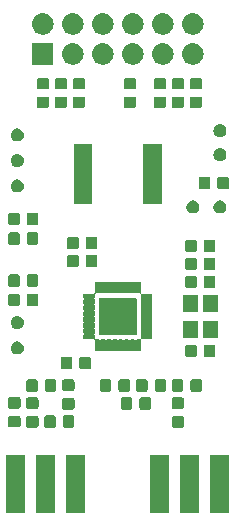
<source format=gbr>
G04 #@! TF.GenerationSoftware,KiCad,Pcbnew,5.0.1*
G04 #@! TF.CreationDate,2019-01-06T19:01:27+01:00*
G04 #@! TF.ProjectId,SX1257_pmod,5358313235375F706D6F642E6B696361,rev?*
G04 #@! TF.SameCoordinates,Original*
G04 #@! TF.FileFunction,Soldermask,Top*
G04 #@! TF.FilePolarity,Negative*
%FSLAX46Y46*%
G04 Gerber Fmt 4.6, Leading zero omitted, Abs format (unit mm)*
G04 Created by KiCad (PCBNEW 5.0.1) date Sun 06 Jan 2019 07:01:27 PM CET*
%MOMM*%
%LPD*%
G01*
G04 APERTURE LIST*
%ADD10C,0.100000*%
G04 APERTURE END LIST*
D10*
G36*
X121717000Y-68064000D02*
X120091000Y-68064000D01*
X120091000Y-63162000D01*
X121717000Y-63162000D01*
X121717000Y-68064000D01*
X121717000Y-68064000D01*
G37*
G36*
X116637000Y-68064000D02*
X115011000Y-68064000D01*
X115011000Y-63162000D01*
X116637000Y-63162000D01*
X116637000Y-68064000D01*
X116637000Y-68064000D01*
G37*
G36*
X119177000Y-68064000D02*
X117551000Y-68064000D01*
X117551000Y-63162000D01*
X119177000Y-63162000D01*
X119177000Y-68064000D01*
X119177000Y-68064000D01*
G37*
G36*
X128829000Y-68064000D02*
X127203000Y-68064000D01*
X127203000Y-63162000D01*
X128829000Y-63162000D01*
X128829000Y-68064000D01*
X128829000Y-68064000D01*
G37*
G36*
X133909000Y-68064000D02*
X132283000Y-68064000D01*
X132283000Y-63162000D01*
X133909000Y-63162000D01*
X133909000Y-68064000D01*
X133909000Y-68064000D01*
G37*
G36*
X131369000Y-68064000D02*
X129743000Y-68064000D01*
X129743000Y-63162000D01*
X131369000Y-63162000D01*
X131369000Y-68064000D01*
X131369000Y-68064000D01*
G37*
G36*
X119061591Y-59803085D02*
X119095569Y-59813393D01*
X119126887Y-59830133D01*
X119154339Y-59852661D01*
X119176867Y-59880113D01*
X119193607Y-59911431D01*
X119203915Y-59945409D01*
X119208000Y-59986890D01*
X119208000Y-60663110D01*
X119203915Y-60704591D01*
X119193607Y-60738569D01*
X119176867Y-60769887D01*
X119154339Y-60797339D01*
X119126887Y-60819867D01*
X119095569Y-60836607D01*
X119061591Y-60846915D01*
X119020110Y-60851000D01*
X118418890Y-60851000D01*
X118377409Y-60846915D01*
X118343431Y-60836607D01*
X118312113Y-60819867D01*
X118284661Y-60797339D01*
X118262133Y-60769887D01*
X118245393Y-60738569D01*
X118235085Y-60704591D01*
X118231000Y-60663110D01*
X118231000Y-59986890D01*
X118235085Y-59945409D01*
X118245393Y-59911431D01*
X118262133Y-59880113D01*
X118284661Y-59852661D01*
X118312113Y-59830133D01*
X118343431Y-59813393D01*
X118377409Y-59803085D01*
X118418890Y-59799000D01*
X119020110Y-59799000D01*
X119061591Y-59803085D01*
X119061591Y-59803085D01*
G37*
G36*
X120636591Y-59803085D02*
X120670569Y-59813393D01*
X120701887Y-59830133D01*
X120729339Y-59852661D01*
X120751867Y-59880113D01*
X120768607Y-59911431D01*
X120778915Y-59945409D01*
X120783000Y-59986890D01*
X120783000Y-60663110D01*
X120778915Y-60704591D01*
X120768607Y-60738569D01*
X120751867Y-60769887D01*
X120729339Y-60797339D01*
X120701887Y-60819867D01*
X120670569Y-60836607D01*
X120636591Y-60846915D01*
X120595110Y-60851000D01*
X119993890Y-60851000D01*
X119952409Y-60846915D01*
X119918431Y-60836607D01*
X119887113Y-60819867D01*
X119859661Y-60797339D01*
X119837133Y-60769887D01*
X119820393Y-60738569D01*
X119810085Y-60704591D01*
X119806000Y-60663110D01*
X119806000Y-59986890D01*
X119810085Y-59945409D01*
X119820393Y-59911431D01*
X119837133Y-59880113D01*
X119859661Y-59852661D01*
X119887113Y-59830133D01*
X119918431Y-59813393D01*
X119952409Y-59803085D01*
X119993890Y-59799000D01*
X120595110Y-59799000D01*
X120636591Y-59803085D01*
X120636591Y-59803085D01*
G37*
G36*
X117600591Y-59866085D02*
X117634569Y-59876393D01*
X117665887Y-59893133D01*
X117693339Y-59915661D01*
X117715867Y-59943113D01*
X117732607Y-59974431D01*
X117742915Y-60008409D01*
X117747000Y-60049890D01*
X117747000Y-60651110D01*
X117742915Y-60692591D01*
X117732607Y-60726569D01*
X117715867Y-60757887D01*
X117693339Y-60785339D01*
X117665887Y-60807867D01*
X117634569Y-60824607D01*
X117600591Y-60834915D01*
X117559110Y-60839000D01*
X116882890Y-60839000D01*
X116841409Y-60834915D01*
X116807431Y-60824607D01*
X116776113Y-60807867D01*
X116748661Y-60785339D01*
X116726133Y-60757887D01*
X116709393Y-60726569D01*
X116699085Y-60692591D01*
X116695000Y-60651110D01*
X116695000Y-60049890D01*
X116699085Y-60008409D01*
X116709393Y-59974431D01*
X116726133Y-59943113D01*
X116748661Y-59915661D01*
X116776113Y-59893133D01*
X116807431Y-59876393D01*
X116841409Y-59866085D01*
X116882890Y-59862000D01*
X117559110Y-59862000D01*
X117600591Y-59866085D01*
X117600591Y-59866085D01*
G37*
G36*
X129919591Y-59866085D02*
X129953569Y-59876393D01*
X129984887Y-59893133D01*
X130012339Y-59915661D01*
X130034867Y-59943113D01*
X130051607Y-59974431D01*
X130061915Y-60008409D01*
X130066000Y-60049890D01*
X130066000Y-60651110D01*
X130061915Y-60692591D01*
X130051607Y-60726569D01*
X130034867Y-60757887D01*
X130012339Y-60785339D01*
X129984887Y-60807867D01*
X129953569Y-60824607D01*
X129919591Y-60834915D01*
X129878110Y-60839000D01*
X129201890Y-60839000D01*
X129160409Y-60834915D01*
X129126431Y-60824607D01*
X129095113Y-60807867D01*
X129067661Y-60785339D01*
X129045133Y-60757887D01*
X129028393Y-60726569D01*
X129018085Y-60692591D01*
X129014000Y-60651110D01*
X129014000Y-60049890D01*
X129018085Y-60008409D01*
X129028393Y-59974431D01*
X129045133Y-59943113D01*
X129067661Y-59915661D01*
X129095113Y-59893133D01*
X129126431Y-59876393D01*
X129160409Y-59866085D01*
X129201890Y-59862000D01*
X129878110Y-59862000D01*
X129919591Y-59866085D01*
X129919591Y-59866085D01*
G37*
G36*
X116076591Y-59840585D02*
X116110569Y-59850893D01*
X116141887Y-59867633D01*
X116169339Y-59890161D01*
X116191867Y-59917613D01*
X116208607Y-59948931D01*
X116218915Y-59982909D01*
X116223000Y-60024390D01*
X116223000Y-60625610D01*
X116218915Y-60667091D01*
X116208607Y-60701069D01*
X116191867Y-60732387D01*
X116169339Y-60759839D01*
X116141887Y-60782367D01*
X116110569Y-60799107D01*
X116076591Y-60809415D01*
X116035110Y-60813500D01*
X115358890Y-60813500D01*
X115317409Y-60809415D01*
X115283431Y-60799107D01*
X115252113Y-60782367D01*
X115224661Y-60759839D01*
X115202133Y-60732387D01*
X115185393Y-60701069D01*
X115175085Y-60667091D01*
X115171000Y-60625610D01*
X115171000Y-60024390D01*
X115175085Y-59982909D01*
X115185393Y-59948931D01*
X115202133Y-59917613D01*
X115224661Y-59890161D01*
X115252113Y-59867633D01*
X115283431Y-59850893D01*
X115317409Y-59840585D01*
X115358890Y-59836500D01*
X116035110Y-59836500D01*
X116076591Y-59840585D01*
X116076591Y-59840585D01*
G37*
G36*
X125538591Y-58279085D02*
X125572569Y-58289393D01*
X125603887Y-58306133D01*
X125631339Y-58328661D01*
X125653867Y-58356113D01*
X125670607Y-58387431D01*
X125680915Y-58421409D01*
X125685000Y-58462890D01*
X125685000Y-59139110D01*
X125680915Y-59180591D01*
X125670607Y-59214569D01*
X125653867Y-59245887D01*
X125631339Y-59273339D01*
X125603887Y-59295867D01*
X125572569Y-59312607D01*
X125538591Y-59322915D01*
X125497110Y-59327000D01*
X124895890Y-59327000D01*
X124854409Y-59322915D01*
X124820431Y-59312607D01*
X124789113Y-59295867D01*
X124761661Y-59273339D01*
X124739133Y-59245887D01*
X124722393Y-59214569D01*
X124712085Y-59180591D01*
X124708000Y-59139110D01*
X124708000Y-58462890D01*
X124712085Y-58421409D01*
X124722393Y-58387431D01*
X124739133Y-58356113D01*
X124761661Y-58328661D01*
X124789113Y-58306133D01*
X124820431Y-58289393D01*
X124854409Y-58279085D01*
X124895890Y-58275000D01*
X125497110Y-58275000D01*
X125538591Y-58279085D01*
X125538591Y-58279085D01*
G37*
G36*
X127113591Y-58279085D02*
X127147569Y-58289393D01*
X127178887Y-58306133D01*
X127206339Y-58328661D01*
X127228867Y-58356113D01*
X127245607Y-58387431D01*
X127255915Y-58421409D01*
X127260000Y-58462890D01*
X127260000Y-59139110D01*
X127255915Y-59180591D01*
X127245607Y-59214569D01*
X127228867Y-59245887D01*
X127206339Y-59273339D01*
X127178887Y-59295867D01*
X127147569Y-59312607D01*
X127113591Y-59322915D01*
X127072110Y-59327000D01*
X126470890Y-59327000D01*
X126429409Y-59322915D01*
X126395431Y-59312607D01*
X126364113Y-59295867D01*
X126336661Y-59273339D01*
X126314133Y-59245887D01*
X126297393Y-59214569D01*
X126287085Y-59180591D01*
X126283000Y-59139110D01*
X126283000Y-58462890D01*
X126287085Y-58421409D01*
X126297393Y-58387431D01*
X126314133Y-58356113D01*
X126336661Y-58328661D01*
X126364113Y-58306133D01*
X126395431Y-58289393D01*
X126429409Y-58279085D01*
X126470890Y-58275000D01*
X127072110Y-58275000D01*
X127113591Y-58279085D01*
X127113591Y-58279085D01*
G37*
G36*
X120648591Y-58342085D02*
X120682569Y-58352393D01*
X120713887Y-58369133D01*
X120741339Y-58391661D01*
X120763867Y-58419113D01*
X120780607Y-58450431D01*
X120790915Y-58484409D01*
X120795000Y-58525890D01*
X120795000Y-59127110D01*
X120790915Y-59168591D01*
X120780607Y-59202569D01*
X120763867Y-59233887D01*
X120741339Y-59261339D01*
X120713887Y-59283867D01*
X120682569Y-59300607D01*
X120648591Y-59310915D01*
X120607110Y-59315000D01*
X119930890Y-59315000D01*
X119889409Y-59310915D01*
X119855431Y-59300607D01*
X119824113Y-59283867D01*
X119796661Y-59261339D01*
X119774133Y-59233887D01*
X119757393Y-59202569D01*
X119747085Y-59168591D01*
X119743000Y-59127110D01*
X119743000Y-58525890D01*
X119747085Y-58484409D01*
X119757393Y-58450431D01*
X119774133Y-58419113D01*
X119796661Y-58391661D01*
X119824113Y-58369133D01*
X119855431Y-58352393D01*
X119889409Y-58342085D01*
X119930890Y-58338000D01*
X120607110Y-58338000D01*
X120648591Y-58342085D01*
X120648591Y-58342085D01*
G37*
G36*
X129919591Y-58291085D02*
X129953569Y-58301393D01*
X129984887Y-58318133D01*
X130012339Y-58340661D01*
X130034867Y-58368113D01*
X130051607Y-58399431D01*
X130061915Y-58433409D01*
X130066000Y-58474890D01*
X130066000Y-59076110D01*
X130061915Y-59117591D01*
X130051607Y-59151569D01*
X130034867Y-59182887D01*
X130012339Y-59210339D01*
X129984887Y-59232867D01*
X129953569Y-59249607D01*
X129919591Y-59259915D01*
X129878110Y-59264000D01*
X129201890Y-59264000D01*
X129160409Y-59259915D01*
X129126431Y-59249607D01*
X129095113Y-59232867D01*
X129067661Y-59210339D01*
X129045133Y-59182887D01*
X129028393Y-59151569D01*
X129018085Y-59117591D01*
X129014000Y-59076110D01*
X129014000Y-58474890D01*
X129018085Y-58433409D01*
X129028393Y-58399431D01*
X129045133Y-58368113D01*
X129067661Y-58340661D01*
X129095113Y-58318133D01*
X129126431Y-58301393D01*
X129160409Y-58291085D01*
X129201890Y-58287000D01*
X129878110Y-58287000D01*
X129919591Y-58291085D01*
X129919591Y-58291085D01*
G37*
G36*
X117600591Y-58291085D02*
X117634569Y-58301393D01*
X117665887Y-58318133D01*
X117693339Y-58340661D01*
X117715867Y-58368113D01*
X117732607Y-58399431D01*
X117742915Y-58433409D01*
X117747000Y-58474890D01*
X117747000Y-59076110D01*
X117742915Y-59117591D01*
X117732607Y-59151569D01*
X117715867Y-59182887D01*
X117693339Y-59210339D01*
X117665887Y-59232867D01*
X117634569Y-59249607D01*
X117600591Y-59259915D01*
X117559110Y-59264000D01*
X116882890Y-59264000D01*
X116841409Y-59259915D01*
X116807431Y-59249607D01*
X116776113Y-59232867D01*
X116748661Y-59210339D01*
X116726133Y-59182887D01*
X116709393Y-59151569D01*
X116699085Y-59117591D01*
X116695000Y-59076110D01*
X116695000Y-58474890D01*
X116699085Y-58433409D01*
X116709393Y-58399431D01*
X116726133Y-58368113D01*
X116748661Y-58340661D01*
X116776113Y-58318133D01*
X116807431Y-58301393D01*
X116841409Y-58291085D01*
X116882890Y-58287000D01*
X117559110Y-58287000D01*
X117600591Y-58291085D01*
X117600591Y-58291085D01*
G37*
G36*
X116076591Y-58265585D02*
X116110569Y-58275893D01*
X116141887Y-58292633D01*
X116169339Y-58315161D01*
X116191867Y-58342613D01*
X116208607Y-58373931D01*
X116218915Y-58407909D01*
X116223000Y-58449390D01*
X116223000Y-59050610D01*
X116218915Y-59092091D01*
X116208607Y-59126069D01*
X116191867Y-59157387D01*
X116169339Y-59184839D01*
X116141887Y-59207367D01*
X116110569Y-59224107D01*
X116076591Y-59234415D01*
X116035110Y-59238500D01*
X115358890Y-59238500D01*
X115317409Y-59234415D01*
X115283431Y-59224107D01*
X115252113Y-59207367D01*
X115224661Y-59184839D01*
X115202133Y-59157387D01*
X115185393Y-59126069D01*
X115175085Y-59092091D01*
X115171000Y-59050610D01*
X115171000Y-58449390D01*
X115175085Y-58407909D01*
X115185393Y-58373931D01*
X115202133Y-58342613D01*
X115224661Y-58315161D01*
X115252113Y-58292633D01*
X115283431Y-58275893D01*
X115317409Y-58265585D01*
X115358890Y-58261500D01*
X116035110Y-58261500D01*
X116076591Y-58265585D01*
X116076591Y-58265585D01*
G37*
G36*
X117537591Y-56755085D02*
X117571569Y-56765393D01*
X117602887Y-56782133D01*
X117630339Y-56804661D01*
X117652867Y-56832113D01*
X117669607Y-56863431D01*
X117679915Y-56897409D01*
X117684000Y-56938890D01*
X117684000Y-57615110D01*
X117679915Y-57656591D01*
X117669607Y-57690569D01*
X117652867Y-57721887D01*
X117630339Y-57749339D01*
X117602887Y-57771867D01*
X117571569Y-57788607D01*
X117537591Y-57798915D01*
X117496110Y-57803000D01*
X116894890Y-57803000D01*
X116853409Y-57798915D01*
X116819431Y-57788607D01*
X116788113Y-57771867D01*
X116760661Y-57749339D01*
X116738133Y-57721887D01*
X116721393Y-57690569D01*
X116711085Y-57656591D01*
X116707000Y-57615110D01*
X116707000Y-56938890D01*
X116711085Y-56897409D01*
X116721393Y-56863431D01*
X116738133Y-56832113D01*
X116760661Y-56804661D01*
X116788113Y-56782133D01*
X116819431Y-56765393D01*
X116853409Y-56755085D01*
X116894890Y-56751000D01*
X117496110Y-56751000D01*
X117537591Y-56755085D01*
X117537591Y-56755085D01*
G37*
G36*
X119112591Y-56755085D02*
X119146569Y-56765393D01*
X119177887Y-56782133D01*
X119205339Y-56804661D01*
X119227867Y-56832113D01*
X119244607Y-56863431D01*
X119254915Y-56897409D01*
X119259000Y-56938890D01*
X119259000Y-57615110D01*
X119254915Y-57656591D01*
X119244607Y-57690569D01*
X119227867Y-57721887D01*
X119205339Y-57749339D01*
X119177887Y-57771867D01*
X119146569Y-57788607D01*
X119112591Y-57798915D01*
X119071110Y-57803000D01*
X118469890Y-57803000D01*
X118428409Y-57798915D01*
X118394431Y-57788607D01*
X118363113Y-57771867D01*
X118335661Y-57749339D01*
X118313133Y-57721887D01*
X118296393Y-57690569D01*
X118286085Y-57656591D01*
X118282000Y-57615110D01*
X118282000Y-56938890D01*
X118286085Y-56897409D01*
X118296393Y-56863431D01*
X118313133Y-56832113D01*
X118335661Y-56804661D01*
X118363113Y-56782133D01*
X118394431Y-56765393D01*
X118428409Y-56755085D01*
X118469890Y-56751000D01*
X119071110Y-56751000D01*
X119112591Y-56755085D01*
X119112591Y-56755085D01*
G37*
G36*
X123760591Y-56755085D02*
X123794569Y-56765393D01*
X123825887Y-56782133D01*
X123853339Y-56804661D01*
X123875867Y-56832113D01*
X123892607Y-56863431D01*
X123902915Y-56897409D01*
X123907000Y-56938890D01*
X123907000Y-57615110D01*
X123902915Y-57656591D01*
X123892607Y-57690569D01*
X123875867Y-57721887D01*
X123853339Y-57749339D01*
X123825887Y-57771867D01*
X123794569Y-57788607D01*
X123760591Y-57798915D01*
X123719110Y-57803000D01*
X123117890Y-57803000D01*
X123076409Y-57798915D01*
X123042431Y-57788607D01*
X123011113Y-57771867D01*
X122983661Y-57749339D01*
X122961133Y-57721887D01*
X122944393Y-57690569D01*
X122934085Y-57656591D01*
X122930000Y-57615110D01*
X122930000Y-56938890D01*
X122934085Y-56897409D01*
X122944393Y-56863431D01*
X122961133Y-56832113D01*
X122983661Y-56804661D01*
X123011113Y-56782133D01*
X123042431Y-56765393D01*
X123076409Y-56755085D01*
X123117890Y-56751000D01*
X123719110Y-56751000D01*
X123760591Y-56755085D01*
X123760591Y-56755085D01*
G37*
G36*
X125335591Y-56755085D02*
X125369569Y-56765393D01*
X125400887Y-56782133D01*
X125428339Y-56804661D01*
X125450867Y-56832113D01*
X125467607Y-56863431D01*
X125477915Y-56897409D01*
X125482000Y-56938890D01*
X125482000Y-57615110D01*
X125477915Y-57656591D01*
X125467607Y-57690569D01*
X125450867Y-57721887D01*
X125428339Y-57749339D01*
X125400887Y-57771867D01*
X125369569Y-57788607D01*
X125335591Y-57798915D01*
X125294110Y-57803000D01*
X124692890Y-57803000D01*
X124651409Y-57798915D01*
X124617431Y-57788607D01*
X124586113Y-57771867D01*
X124558661Y-57749339D01*
X124536133Y-57721887D01*
X124519393Y-57690569D01*
X124509085Y-57656591D01*
X124505000Y-57615110D01*
X124505000Y-56938890D01*
X124509085Y-56897409D01*
X124519393Y-56863431D01*
X124536133Y-56832113D01*
X124558661Y-56804661D01*
X124586113Y-56782133D01*
X124617431Y-56765393D01*
X124651409Y-56755085D01*
X124692890Y-56751000D01*
X125294110Y-56751000D01*
X125335591Y-56755085D01*
X125335591Y-56755085D01*
G37*
G36*
X128409091Y-56755085D02*
X128443069Y-56765393D01*
X128474387Y-56782133D01*
X128501839Y-56804661D01*
X128524367Y-56832113D01*
X128541107Y-56863431D01*
X128551415Y-56897409D01*
X128555500Y-56938890D01*
X128555500Y-57615110D01*
X128551415Y-57656591D01*
X128541107Y-57690569D01*
X128524367Y-57721887D01*
X128501839Y-57749339D01*
X128474387Y-57771867D01*
X128443069Y-57788607D01*
X128409091Y-57798915D01*
X128367610Y-57803000D01*
X127766390Y-57803000D01*
X127724909Y-57798915D01*
X127690931Y-57788607D01*
X127659613Y-57771867D01*
X127632161Y-57749339D01*
X127609633Y-57721887D01*
X127592893Y-57690569D01*
X127582585Y-57656591D01*
X127578500Y-57615110D01*
X127578500Y-56938890D01*
X127582585Y-56897409D01*
X127592893Y-56863431D01*
X127609633Y-56832113D01*
X127632161Y-56804661D01*
X127659613Y-56782133D01*
X127690931Y-56765393D01*
X127724909Y-56755085D01*
X127766390Y-56751000D01*
X128367610Y-56751000D01*
X128409091Y-56755085D01*
X128409091Y-56755085D01*
G37*
G36*
X126834091Y-56755085D02*
X126868069Y-56765393D01*
X126899387Y-56782133D01*
X126926839Y-56804661D01*
X126949367Y-56832113D01*
X126966107Y-56863431D01*
X126976415Y-56897409D01*
X126980500Y-56938890D01*
X126980500Y-57615110D01*
X126976415Y-57656591D01*
X126966107Y-57690569D01*
X126949367Y-57721887D01*
X126926839Y-57749339D01*
X126899387Y-57771867D01*
X126868069Y-57788607D01*
X126834091Y-57798915D01*
X126792610Y-57803000D01*
X126191390Y-57803000D01*
X126149909Y-57798915D01*
X126115931Y-57788607D01*
X126084613Y-57771867D01*
X126057161Y-57749339D01*
X126034633Y-57721887D01*
X126017893Y-57690569D01*
X126007585Y-57656591D01*
X126003500Y-57615110D01*
X126003500Y-56938890D01*
X126007585Y-56897409D01*
X126017893Y-56863431D01*
X126034633Y-56832113D01*
X126057161Y-56804661D01*
X126084613Y-56782133D01*
X126115931Y-56765393D01*
X126149909Y-56755085D01*
X126191390Y-56751000D01*
X126792610Y-56751000D01*
X126834091Y-56755085D01*
X126834091Y-56755085D01*
G37*
G36*
X131431591Y-56755085D02*
X131465569Y-56765393D01*
X131496887Y-56782133D01*
X131524339Y-56804661D01*
X131546867Y-56832113D01*
X131563607Y-56863431D01*
X131573915Y-56897409D01*
X131578000Y-56938890D01*
X131578000Y-57615110D01*
X131573915Y-57656591D01*
X131563607Y-57690569D01*
X131546867Y-57721887D01*
X131524339Y-57749339D01*
X131496887Y-57771867D01*
X131465569Y-57788607D01*
X131431591Y-57798915D01*
X131390110Y-57803000D01*
X130788890Y-57803000D01*
X130747409Y-57798915D01*
X130713431Y-57788607D01*
X130682113Y-57771867D01*
X130654661Y-57749339D01*
X130632133Y-57721887D01*
X130615393Y-57690569D01*
X130605085Y-57656591D01*
X130601000Y-57615110D01*
X130601000Y-56938890D01*
X130605085Y-56897409D01*
X130615393Y-56863431D01*
X130632133Y-56832113D01*
X130654661Y-56804661D01*
X130682113Y-56782133D01*
X130713431Y-56765393D01*
X130747409Y-56755085D01*
X130788890Y-56751000D01*
X131390110Y-56751000D01*
X131431591Y-56755085D01*
X131431591Y-56755085D01*
G37*
G36*
X129856591Y-56755085D02*
X129890569Y-56765393D01*
X129921887Y-56782133D01*
X129949339Y-56804661D01*
X129971867Y-56832113D01*
X129988607Y-56863431D01*
X129998915Y-56897409D01*
X130003000Y-56938890D01*
X130003000Y-57615110D01*
X129998915Y-57656591D01*
X129988607Y-57690569D01*
X129971867Y-57721887D01*
X129949339Y-57749339D01*
X129921887Y-57771867D01*
X129890569Y-57788607D01*
X129856591Y-57798915D01*
X129815110Y-57803000D01*
X129213890Y-57803000D01*
X129172409Y-57798915D01*
X129138431Y-57788607D01*
X129107113Y-57771867D01*
X129079661Y-57749339D01*
X129057133Y-57721887D01*
X129040393Y-57690569D01*
X129030085Y-57656591D01*
X129026000Y-57615110D01*
X129026000Y-56938890D01*
X129030085Y-56897409D01*
X129040393Y-56863431D01*
X129057133Y-56832113D01*
X129079661Y-56804661D01*
X129107113Y-56782133D01*
X129138431Y-56765393D01*
X129172409Y-56755085D01*
X129213890Y-56751000D01*
X129815110Y-56751000D01*
X129856591Y-56755085D01*
X129856591Y-56755085D01*
G37*
G36*
X120648591Y-56767085D02*
X120682569Y-56777393D01*
X120713887Y-56794133D01*
X120741339Y-56816661D01*
X120763867Y-56844113D01*
X120780607Y-56875431D01*
X120790915Y-56909409D01*
X120795000Y-56950890D01*
X120795000Y-57552110D01*
X120790915Y-57593591D01*
X120780607Y-57627569D01*
X120763867Y-57658887D01*
X120741339Y-57686339D01*
X120713887Y-57708867D01*
X120682569Y-57725607D01*
X120648591Y-57735915D01*
X120607110Y-57740000D01*
X119930890Y-57740000D01*
X119889409Y-57735915D01*
X119855431Y-57725607D01*
X119824113Y-57708867D01*
X119796661Y-57686339D01*
X119774133Y-57658887D01*
X119757393Y-57627569D01*
X119747085Y-57593591D01*
X119743000Y-57552110D01*
X119743000Y-56950890D01*
X119747085Y-56909409D01*
X119757393Y-56875431D01*
X119774133Y-56844113D01*
X119796661Y-56816661D01*
X119824113Y-56794133D01*
X119855431Y-56777393D01*
X119889409Y-56767085D01*
X119930890Y-56763000D01*
X120607110Y-56763000D01*
X120648591Y-56767085D01*
X120648591Y-56767085D01*
G37*
G36*
X120458591Y-54850085D02*
X120492569Y-54860393D01*
X120523887Y-54877133D01*
X120551339Y-54899661D01*
X120573867Y-54927113D01*
X120590607Y-54958431D01*
X120600915Y-54992409D01*
X120605000Y-55033890D01*
X120605000Y-55710110D01*
X120600915Y-55751591D01*
X120590607Y-55785569D01*
X120573867Y-55816887D01*
X120551339Y-55844339D01*
X120523887Y-55866867D01*
X120492569Y-55883607D01*
X120458591Y-55893915D01*
X120417110Y-55898000D01*
X119815890Y-55898000D01*
X119774409Y-55893915D01*
X119740431Y-55883607D01*
X119709113Y-55866867D01*
X119681661Y-55844339D01*
X119659133Y-55816887D01*
X119642393Y-55785569D01*
X119632085Y-55751591D01*
X119628000Y-55710110D01*
X119628000Y-55033890D01*
X119632085Y-54992409D01*
X119642393Y-54958431D01*
X119659133Y-54927113D01*
X119681661Y-54899661D01*
X119709113Y-54877133D01*
X119740431Y-54860393D01*
X119774409Y-54850085D01*
X119815890Y-54846000D01*
X120417110Y-54846000D01*
X120458591Y-54850085D01*
X120458591Y-54850085D01*
G37*
G36*
X122033591Y-54850085D02*
X122067569Y-54860393D01*
X122098887Y-54877133D01*
X122126339Y-54899661D01*
X122148867Y-54927113D01*
X122165607Y-54958431D01*
X122175915Y-54992409D01*
X122180000Y-55033890D01*
X122180000Y-55710110D01*
X122175915Y-55751591D01*
X122165607Y-55785569D01*
X122148867Y-55816887D01*
X122126339Y-55844339D01*
X122098887Y-55866867D01*
X122067569Y-55883607D01*
X122033591Y-55893915D01*
X121992110Y-55898000D01*
X121390890Y-55898000D01*
X121349409Y-55893915D01*
X121315431Y-55883607D01*
X121284113Y-55866867D01*
X121256661Y-55844339D01*
X121234133Y-55816887D01*
X121217393Y-55785569D01*
X121207085Y-55751591D01*
X121203000Y-55710110D01*
X121203000Y-55033890D01*
X121207085Y-54992409D01*
X121217393Y-54958431D01*
X121234133Y-54927113D01*
X121256661Y-54899661D01*
X121284113Y-54877133D01*
X121315431Y-54860393D01*
X121349409Y-54850085D01*
X121390890Y-54846000D01*
X121992110Y-54846000D01*
X122033591Y-54850085D01*
X122033591Y-54850085D01*
G37*
G36*
X130999591Y-53834085D02*
X131033569Y-53844393D01*
X131064887Y-53861133D01*
X131092339Y-53883661D01*
X131114867Y-53911113D01*
X131131607Y-53942431D01*
X131141915Y-53976409D01*
X131146000Y-54017890D01*
X131146000Y-54694110D01*
X131141915Y-54735591D01*
X131131607Y-54769569D01*
X131114867Y-54800887D01*
X131092339Y-54828339D01*
X131064887Y-54850867D01*
X131033569Y-54867607D01*
X130999591Y-54877915D01*
X130958110Y-54882000D01*
X130356890Y-54882000D01*
X130315409Y-54877915D01*
X130281431Y-54867607D01*
X130250113Y-54850867D01*
X130222661Y-54828339D01*
X130200133Y-54800887D01*
X130183393Y-54769569D01*
X130173085Y-54735591D01*
X130169000Y-54694110D01*
X130169000Y-54017890D01*
X130173085Y-53976409D01*
X130183393Y-53942431D01*
X130200133Y-53911113D01*
X130222661Y-53883661D01*
X130250113Y-53861133D01*
X130281431Y-53844393D01*
X130315409Y-53834085D01*
X130356890Y-53830000D01*
X130958110Y-53830000D01*
X130999591Y-53834085D01*
X130999591Y-53834085D01*
G37*
G36*
X132574591Y-53834085D02*
X132608569Y-53844393D01*
X132639887Y-53861133D01*
X132667339Y-53883661D01*
X132689867Y-53911113D01*
X132706607Y-53942431D01*
X132716915Y-53976409D01*
X132721000Y-54017890D01*
X132721000Y-54694110D01*
X132716915Y-54735591D01*
X132706607Y-54769569D01*
X132689867Y-54800887D01*
X132667339Y-54828339D01*
X132639887Y-54850867D01*
X132608569Y-54867607D01*
X132574591Y-54877915D01*
X132533110Y-54882000D01*
X131931890Y-54882000D01*
X131890409Y-54877915D01*
X131856431Y-54867607D01*
X131825113Y-54850867D01*
X131797661Y-54828339D01*
X131775133Y-54800887D01*
X131758393Y-54769569D01*
X131748085Y-54735591D01*
X131744000Y-54694110D01*
X131744000Y-54017890D01*
X131748085Y-53976409D01*
X131758393Y-53942431D01*
X131775133Y-53911113D01*
X131797661Y-53883661D01*
X131825113Y-53861133D01*
X131856431Y-53844393D01*
X131890409Y-53834085D01*
X131931890Y-53830000D01*
X132533110Y-53830000D01*
X132574591Y-53834085D01*
X132574591Y-53834085D01*
G37*
G36*
X116111721Y-53572174D02*
X116211995Y-53613709D01*
X116302245Y-53674012D01*
X116378988Y-53750755D01*
X116439291Y-53841005D01*
X116480826Y-53941279D01*
X116502000Y-54047730D01*
X116502000Y-54156270D01*
X116480826Y-54262721D01*
X116439291Y-54362995D01*
X116378988Y-54453245D01*
X116302245Y-54529988D01*
X116211995Y-54590291D01*
X116111721Y-54631826D01*
X116005270Y-54653000D01*
X115896730Y-54653000D01*
X115790279Y-54631826D01*
X115690005Y-54590291D01*
X115599755Y-54529988D01*
X115523012Y-54453245D01*
X115462709Y-54362995D01*
X115421174Y-54262721D01*
X115400000Y-54156270D01*
X115400000Y-54047730D01*
X115421174Y-53941279D01*
X115462709Y-53841005D01*
X115523012Y-53750755D01*
X115599755Y-53674012D01*
X115690005Y-53613709D01*
X115790279Y-53572174D01*
X115896730Y-53551000D01*
X116005270Y-53551000D01*
X116111721Y-53572174D01*
X116111721Y-53572174D01*
G37*
G36*
X122865357Y-48510083D02*
X122870028Y-48511500D01*
X122874330Y-48513800D01*
X122880705Y-48519031D01*
X122901080Y-48532644D01*
X122923719Y-48542020D01*
X122947753Y-48546800D01*
X122972257Y-48546799D01*
X122996291Y-48542017D01*
X123018929Y-48532639D01*
X123039295Y-48519031D01*
X123045670Y-48513800D01*
X123049972Y-48511500D01*
X123054643Y-48510083D01*
X123065641Y-48509000D01*
X123354359Y-48509000D01*
X123365357Y-48510083D01*
X123370028Y-48511500D01*
X123374330Y-48513800D01*
X123380705Y-48519031D01*
X123401080Y-48532644D01*
X123423719Y-48542020D01*
X123447753Y-48546800D01*
X123472257Y-48546799D01*
X123496291Y-48542017D01*
X123518929Y-48532639D01*
X123539295Y-48519031D01*
X123545670Y-48513800D01*
X123549972Y-48511500D01*
X123554643Y-48510083D01*
X123565641Y-48509000D01*
X123854359Y-48509000D01*
X123865357Y-48510083D01*
X123870028Y-48511500D01*
X123874330Y-48513800D01*
X123880705Y-48519031D01*
X123901080Y-48532644D01*
X123923719Y-48542020D01*
X123947753Y-48546800D01*
X123972257Y-48546799D01*
X123996291Y-48542017D01*
X124018929Y-48532639D01*
X124039295Y-48519031D01*
X124045670Y-48513800D01*
X124049972Y-48511500D01*
X124054643Y-48510083D01*
X124065641Y-48509000D01*
X124354359Y-48509000D01*
X124365357Y-48510083D01*
X124370028Y-48511500D01*
X124374330Y-48513800D01*
X124380705Y-48519031D01*
X124401080Y-48532644D01*
X124423719Y-48542020D01*
X124447753Y-48546800D01*
X124472257Y-48546799D01*
X124496291Y-48542017D01*
X124518929Y-48532639D01*
X124539295Y-48519031D01*
X124545670Y-48513800D01*
X124549972Y-48511500D01*
X124554643Y-48510083D01*
X124565641Y-48509000D01*
X124854359Y-48509000D01*
X124865357Y-48510083D01*
X124870028Y-48511500D01*
X124874330Y-48513800D01*
X124880705Y-48519031D01*
X124901080Y-48532644D01*
X124923719Y-48542020D01*
X124947753Y-48546800D01*
X124972257Y-48546799D01*
X124996291Y-48542017D01*
X125018929Y-48532639D01*
X125039295Y-48519031D01*
X125045670Y-48513800D01*
X125049972Y-48511500D01*
X125054643Y-48510083D01*
X125065641Y-48509000D01*
X125354359Y-48509000D01*
X125365357Y-48510083D01*
X125370028Y-48511500D01*
X125374330Y-48513800D01*
X125380705Y-48519031D01*
X125401080Y-48532644D01*
X125423719Y-48542020D01*
X125447753Y-48546800D01*
X125472257Y-48546799D01*
X125496291Y-48542017D01*
X125518929Y-48532639D01*
X125539295Y-48519031D01*
X125545670Y-48513800D01*
X125549972Y-48511500D01*
X125554643Y-48510083D01*
X125565641Y-48509000D01*
X125854359Y-48509000D01*
X125865357Y-48510083D01*
X125870028Y-48511500D01*
X125874330Y-48513800D01*
X125880705Y-48519031D01*
X125901080Y-48532644D01*
X125923719Y-48542020D01*
X125947753Y-48546800D01*
X125972257Y-48546799D01*
X125996291Y-48542017D01*
X126018929Y-48532639D01*
X126039295Y-48519031D01*
X126045670Y-48513800D01*
X126049972Y-48511500D01*
X126054643Y-48510083D01*
X126065641Y-48509000D01*
X126354359Y-48509000D01*
X126365357Y-48510083D01*
X126370028Y-48511500D01*
X126374330Y-48513800D01*
X126378104Y-48516896D01*
X126381200Y-48520670D01*
X126383500Y-48524972D01*
X126384917Y-48529643D01*
X126386000Y-48540641D01*
X126386000Y-49384000D01*
X126388402Y-49408386D01*
X126395515Y-49431835D01*
X126407066Y-49453446D01*
X126422612Y-49472388D01*
X126441554Y-49487934D01*
X126463165Y-49499485D01*
X126486614Y-49506598D01*
X126511000Y-49509000D01*
X127354359Y-49509000D01*
X127365357Y-49510083D01*
X127370028Y-49511500D01*
X127374330Y-49513800D01*
X127378104Y-49516896D01*
X127381200Y-49520670D01*
X127383500Y-49524972D01*
X127384917Y-49529643D01*
X127386000Y-49540641D01*
X127386000Y-49829359D01*
X127384917Y-49840357D01*
X127383500Y-49845028D01*
X127381200Y-49849330D01*
X127375969Y-49855705D01*
X127362356Y-49876080D01*
X127352980Y-49898719D01*
X127348200Y-49922753D01*
X127348201Y-49947257D01*
X127352983Y-49971291D01*
X127362361Y-49993929D01*
X127375969Y-50014295D01*
X127381200Y-50020670D01*
X127383500Y-50024972D01*
X127384917Y-50029643D01*
X127386000Y-50040641D01*
X127386000Y-50329359D01*
X127384917Y-50340357D01*
X127383500Y-50345028D01*
X127381200Y-50349330D01*
X127375969Y-50355705D01*
X127362356Y-50376080D01*
X127352980Y-50398719D01*
X127348200Y-50422753D01*
X127348201Y-50447257D01*
X127352983Y-50471291D01*
X127362361Y-50493929D01*
X127375969Y-50514295D01*
X127381200Y-50520670D01*
X127383500Y-50524972D01*
X127384917Y-50529643D01*
X127386000Y-50540641D01*
X127386000Y-50829359D01*
X127384917Y-50840357D01*
X127383500Y-50845028D01*
X127381200Y-50849330D01*
X127375969Y-50855705D01*
X127362356Y-50876080D01*
X127352980Y-50898719D01*
X127348200Y-50922753D01*
X127348201Y-50947257D01*
X127352983Y-50971291D01*
X127362361Y-50993929D01*
X127375969Y-51014295D01*
X127381200Y-51020670D01*
X127383500Y-51024972D01*
X127384917Y-51029643D01*
X127386000Y-51040641D01*
X127386000Y-51329359D01*
X127384917Y-51340357D01*
X127383500Y-51345028D01*
X127381200Y-51349330D01*
X127375969Y-51355705D01*
X127362356Y-51376080D01*
X127352980Y-51398719D01*
X127348200Y-51422753D01*
X127348201Y-51447257D01*
X127352983Y-51471291D01*
X127362361Y-51493929D01*
X127375969Y-51514295D01*
X127381200Y-51520670D01*
X127383500Y-51524972D01*
X127384917Y-51529643D01*
X127386000Y-51540641D01*
X127386000Y-51829359D01*
X127384917Y-51840357D01*
X127383500Y-51845028D01*
X127381200Y-51849330D01*
X127375969Y-51855705D01*
X127362356Y-51876080D01*
X127352980Y-51898719D01*
X127348200Y-51922753D01*
X127348201Y-51947257D01*
X127352983Y-51971291D01*
X127362361Y-51993929D01*
X127375969Y-52014295D01*
X127381200Y-52020670D01*
X127383500Y-52024972D01*
X127384917Y-52029643D01*
X127386000Y-52040641D01*
X127386000Y-52329359D01*
X127384917Y-52340357D01*
X127383500Y-52345028D01*
X127381200Y-52349330D01*
X127375969Y-52355705D01*
X127362356Y-52376080D01*
X127352980Y-52398719D01*
X127348200Y-52422753D01*
X127348201Y-52447257D01*
X127352983Y-52471291D01*
X127362361Y-52493929D01*
X127375969Y-52514295D01*
X127381200Y-52520670D01*
X127383500Y-52524972D01*
X127384917Y-52529643D01*
X127386000Y-52540641D01*
X127386000Y-52829359D01*
X127384917Y-52840357D01*
X127383500Y-52845028D01*
X127381200Y-52849330D01*
X127375969Y-52855705D01*
X127362356Y-52876080D01*
X127352980Y-52898719D01*
X127348200Y-52922753D01*
X127348201Y-52947257D01*
X127352983Y-52971291D01*
X127362361Y-52993929D01*
X127375969Y-53014295D01*
X127381200Y-53020670D01*
X127383500Y-53024972D01*
X127384917Y-53029643D01*
X127386000Y-53040641D01*
X127386000Y-53329359D01*
X127384917Y-53340357D01*
X127383500Y-53345028D01*
X127381200Y-53349330D01*
X127378104Y-53353104D01*
X127374330Y-53356200D01*
X127370028Y-53358500D01*
X127365357Y-53359917D01*
X127354359Y-53361000D01*
X126511000Y-53361000D01*
X126486614Y-53363402D01*
X126463165Y-53370515D01*
X126441554Y-53382066D01*
X126422612Y-53397612D01*
X126407066Y-53416554D01*
X126395515Y-53438165D01*
X126388402Y-53461614D01*
X126386000Y-53486000D01*
X126386000Y-54329359D01*
X126384917Y-54340357D01*
X126383500Y-54345028D01*
X126381200Y-54349330D01*
X126378104Y-54353104D01*
X126374330Y-54356200D01*
X126370028Y-54358500D01*
X126365357Y-54359917D01*
X126354359Y-54361000D01*
X126065641Y-54361000D01*
X126054643Y-54359917D01*
X126049972Y-54358500D01*
X126045670Y-54356200D01*
X126039295Y-54350969D01*
X126018920Y-54337356D01*
X125996281Y-54327980D01*
X125972247Y-54323200D01*
X125947743Y-54323201D01*
X125923709Y-54327983D01*
X125901071Y-54337361D01*
X125880705Y-54350969D01*
X125874330Y-54356200D01*
X125870028Y-54358500D01*
X125865357Y-54359917D01*
X125854359Y-54361000D01*
X125565641Y-54361000D01*
X125554643Y-54359917D01*
X125549972Y-54358500D01*
X125545670Y-54356200D01*
X125539295Y-54350969D01*
X125518920Y-54337356D01*
X125496281Y-54327980D01*
X125472247Y-54323200D01*
X125447743Y-54323201D01*
X125423709Y-54327983D01*
X125401071Y-54337361D01*
X125380705Y-54350969D01*
X125374330Y-54356200D01*
X125370028Y-54358500D01*
X125365357Y-54359917D01*
X125354359Y-54361000D01*
X125065641Y-54361000D01*
X125054643Y-54359917D01*
X125049972Y-54358500D01*
X125045670Y-54356200D01*
X125039295Y-54350969D01*
X125018920Y-54337356D01*
X124996281Y-54327980D01*
X124972247Y-54323200D01*
X124947743Y-54323201D01*
X124923709Y-54327983D01*
X124901071Y-54337361D01*
X124880705Y-54350969D01*
X124874330Y-54356200D01*
X124870028Y-54358500D01*
X124865357Y-54359917D01*
X124854359Y-54361000D01*
X124565641Y-54361000D01*
X124554643Y-54359917D01*
X124549972Y-54358500D01*
X124545670Y-54356200D01*
X124539295Y-54350969D01*
X124518920Y-54337356D01*
X124496281Y-54327980D01*
X124472247Y-54323200D01*
X124447743Y-54323201D01*
X124423709Y-54327983D01*
X124401071Y-54337361D01*
X124380705Y-54350969D01*
X124374330Y-54356200D01*
X124370028Y-54358500D01*
X124365357Y-54359917D01*
X124354359Y-54361000D01*
X124065641Y-54361000D01*
X124054643Y-54359917D01*
X124049972Y-54358500D01*
X124045670Y-54356200D01*
X124039295Y-54350969D01*
X124018920Y-54337356D01*
X123996281Y-54327980D01*
X123972247Y-54323200D01*
X123947743Y-54323201D01*
X123923709Y-54327983D01*
X123901071Y-54337361D01*
X123880705Y-54350969D01*
X123874330Y-54356200D01*
X123870028Y-54358500D01*
X123865357Y-54359917D01*
X123854359Y-54361000D01*
X123565641Y-54361000D01*
X123554643Y-54359917D01*
X123549972Y-54358500D01*
X123545670Y-54356200D01*
X123539295Y-54350969D01*
X123518920Y-54337356D01*
X123496281Y-54327980D01*
X123472247Y-54323200D01*
X123447743Y-54323201D01*
X123423709Y-54327983D01*
X123401071Y-54337361D01*
X123380705Y-54350969D01*
X123374330Y-54356200D01*
X123370028Y-54358500D01*
X123365357Y-54359917D01*
X123354359Y-54361000D01*
X123065641Y-54361000D01*
X123054643Y-54359917D01*
X123049972Y-54358500D01*
X123045670Y-54356200D01*
X123039295Y-54350969D01*
X123018920Y-54337356D01*
X122996281Y-54327980D01*
X122972247Y-54323200D01*
X122947743Y-54323201D01*
X122923709Y-54327983D01*
X122901071Y-54337361D01*
X122880705Y-54350969D01*
X122874330Y-54356200D01*
X122870028Y-54358500D01*
X122865357Y-54359917D01*
X122854359Y-54361000D01*
X122565641Y-54361000D01*
X122554643Y-54359917D01*
X122549972Y-54358500D01*
X122545670Y-54356200D01*
X122541896Y-54353104D01*
X122538800Y-54349330D01*
X122536500Y-54345028D01*
X122535083Y-54340357D01*
X122534000Y-54329359D01*
X122534000Y-53486000D01*
X122531598Y-53461614D01*
X122524485Y-53438165D01*
X122512934Y-53416554D01*
X122497388Y-53397612D01*
X122478446Y-53382066D01*
X122456835Y-53370515D01*
X122433386Y-53363402D01*
X122409000Y-53361000D01*
X121565641Y-53361000D01*
X121554643Y-53359917D01*
X121549972Y-53358500D01*
X121545670Y-53356200D01*
X121541896Y-53353104D01*
X121538800Y-53349330D01*
X121536500Y-53345028D01*
X121535083Y-53340357D01*
X121534000Y-53329359D01*
X121534000Y-53040641D01*
X121535083Y-53029643D01*
X121536500Y-53024972D01*
X121538800Y-53020670D01*
X121544031Y-53014295D01*
X121557644Y-52993920D01*
X121567020Y-52971281D01*
X121571800Y-52947247D01*
X121571799Y-52922743D01*
X121567017Y-52898709D01*
X121557639Y-52876071D01*
X121544031Y-52855705D01*
X121538800Y-52849330D01*
X121536500Y-52845028D01*
X121535083Y-52840357D01*
X121534000Y-52829359D01*
X121534000Y-52540641D01*
X121535083Y-52529643D01*
X121536500Y-52524972D01*
X121538800Y-52520670D01*
X121544031Y-52514295D01*
X121557644Y-52493920D01*
X121567020Y-52471281D01*
X121571800Y-52447247D01*
X121571799Y-52422743D01*
X121567017Y-52398709D01*
X121557639Y-52376071D01*
X121544031Y-52355705D01*
X121538800Y-52349330D01*
X121536500Y-52345028D01*
X121535083Y-52340357D01*
X121534000Y-52329359D01*
X121534000Y-52040641D01*
X121535083Y-52029643D01*
X121536500Y-52024972D01*
X121538800Y-52020670D01*
X121544031Y-52014295D01*
X121557644Y-51993920D01*
X121567020Y-51971281D01*
X121571800Y-51947247D01*
X121571799Y-51922743D01*
X121567017Y-51898709D01*
X121557639Y-51876071D01*
X121544031Y-51855705D01*
X121538800Y-51849330D01*
X121536500Y-51845028D01*
X121535083Y-51840357D01*
X121534000Y-51829359D01*
X121534000Y-51540641D01*
X121535083Y-51529643D01*
X121536500Y-51524972D01*
X121538800Y-51520670D01*
X121544031Y-51514295D01*
X121557644Y-51493920D01*
X121567020Y-51471281D01*
X121571800Y-51447247D01*
X121571799Y-51422743D01*
X121567017Y-51398709D01*
X121557639Y-51376071D01*
X121544031Y-51355705D01*
X121538800Y-51349330D01*
X121536500Y-51345028D01*
X121535083Y-51340357D01*
X121534000Y-51329359D01*
X121534000Y-51040641D01*
X121535083Y-51029643D01*
X121536500Y-51024972D01*
X121538800Y-51020670D01*
X121544031Y-51014295D01*
X121557644Y-50993920D01*
X121567020Y-50971281D01*
X121571800Y-50947247D01*
X121571799Y-50922743D01*
X121567017Y-50898709D01*
X121557639Y-50876071D01*
X121544031Y-50855705D01*
X121538800Y-50849330D01*
X121536500Y-50845028D01*
X121535083Y-50840357D01*
X121534000Y-50829359D01*
X121534000Y-50540641D01*
X121535083Y-50529643D01*
X121536500Y-50524972D01*
X121538800Y-50520670D01*
X121544031Y-50514295D01*
X121557644Y-50493920D01*
X121567020Y-50471281D01*
X121571800Y-50447247D01*
X121571799Y-50422743D01*
X121567017Y-50398709D01*
X121557639Y-50376071D01*
X121544031Y-50355705D01*
X121538800Y-50349330D01*
X121536500Y-50345028D01*
X121535083Y-50340357D01*
X121534000Y-50329359D01*
X121534000Y-50040641D01*
X121535083Y-50029643D01*
X121536500Y-50024972D01*
X121538800Y-50020670D01*
X121544031Y-50014295D01*
X121557644Y-49993920D01*
X121567020Y-49971281D01*
X121571800Y-49947247D01*
X121571800Y-49922753D01*
X122473200Y-49922753D01*
X122473201Y-49947257D01*
X122477983Y-49971291D01*
X122487361Y-49993929D01*
X122500969Y-50014295D01*
X122506200Y-50020670D01*
X122508500Y-50024972D01*
X122509917Y-50029643D01*
X122511000Y-50040641D01*
X122511000Y-50329359D01*
X122509917Y-50340357D01*
X122508500Y-50345028D01*
X122506200Y-50349330D01*
X122500969Y-50355705D01*
X122487356Y-50376080D01*
X122477980Y-50398719D01*
X122473200Y-50422753D01*
X122473201Y-50447257D01*
X122477983Y-50471291D01*
X122487361Y-50493929D01*
X122500969Y-50514295D01*
X122506200Y-50520670D01*
X122508500Y-50524972D01*
X122509917Y-50529643D01*
X122511000Y-50540641D01*
X122511000Y-50829359D01*
X122509917Y-50840357D01*
X122508500Y-50845028D01*
X122506200Y-50849330D01*
X122500969Y-50855705D01*
X122487356Y-50876080D01*
X122477980Y-50898719D01*
X122473200Y-50922753D01*
X122473201Y-50947257D01*
X122477983Y-50971291D01*
X122487361Y-50993929D01*
X122500969Y-51014295D01*
X122506200Y-51020670D01*
X122508500Y-51024972D01*
X122509917Y-51029643D01*
X122511000Y-51040641D01*
X122511000Y-51329359D01*
X122509917Y-51340357D01*
X122508500Y-51345028D01*
X122506200Y-51349330D01*
X122500969Y-51355705D01*
X122487356Y-51376080D01*
X122477980Y-51398719D01*
X122473200Y-51422753D01*
X122473201Y-51447257D01*
X122477983Y-51471291D01*
X122487361Y-51493929D01*
X122500969Y-51514295D01*
X122506200Y-51520670D01*
X122508500Y-51524972D01*
X122509917Y-51529643D01*
X122511000Y-51540641D01*
X122511000Y-51829359D01*
X122509917Y-51840357D01*
X122508500Y-51845028D01*
X122506200Y-51849330D01*
X122500969Y-51855705D01*
X122487356Y-51876080D01*
X122477980Y-51898719D01*
X122473200Y-51922753D01*
X122473201Y-51947257D01*
X122477983Y-51971291D01*
X122487361Y-51993929D01*
X122500969Y-52014295D01*
X122506200Y-52020670D01*
X122508500Y-52024972D01*
X122509917Y-52029643D01*
X122511000Y-52040641D01*
X122511000Y-52329359D01*
X122509917Y-52340357D01*
X122508500Y-52345028D01*
X122506200Y-52349330D01*
X122500969Y-52355705D01*
X122487356Y-52376080D01*
X122477980Y-52398719D01*
X122473200Y-52422753D01*
X122473201Y-52447257D01*
X122477983Y-52471291D01*
X122487361Y-52493929D01*
X122500969Y-52514295D01*
X122506200Y-52520670D01*
X122508500Y-52524972D01*
X122509917Y-52529643D01*
X122511000Y-52540641D01*
X122511000Y-52829359D01*
X122509917Y-52840357D01*
X122508500Y-52845028D01*
X122506200Y-52849330D01*
X122500969Y-52855705D01*
X122487356Y-52876080D01*
X122477980Y-52898719D01*
X122473200Y-52922753D01*
X122473201Y-52947257D01*
X122477983Y-52971291D01*
X122487361Y-52993929D01*
X122500969Y-53014295D01*
X122506200Y-53020670D01*
X122508500Y-53024972D01*
X122509917Y-53029643D01*
X122511000Y-53040641D01*
X122511000Y-53259000D01*
X122513402Y-53283386D01*
X122520515Y-53306835D01*
X122532066Y-53328446D01*
X122547612Y-53347388D01*
X122566554Y-53362934D01*
X122588165Y-53374485D01*
X122611614Y-53381598D01*
X122636000Y-53384000D01*
X122854359Y-53384000D01*
X122865357Y-53385083D01*
X122870028Y-53386500D01*
X122874330Y-53388800D01*
X122880705Y-53394031D01*
X122901080Y-53407644D01*
X122923719Y-53417020D01*
X122947753Y-53421800D01*
X122972257Y-53421799D01*
X122996291Y-53417017D01*
X123018929Y-53407639D01*
X123039295Y-53394031D01*
X123045670Y-53388800D01*
X123049972Y-53386500D01*
X123054643Y-53385083D01*
X123065641Y-53384000D01*
X123354359Y-53384000D01*
X123365357Y-53385083D01*
X123370028Y-53386500D01*
X123374330Y-53388800D01*
X123380705Y-53394031D01*
X123401080Y-53407644D01*
X123423719Y-53417020D01*
X123447753Y-53421800D01*
X123472257Y-53421799D01*
X123496291Y-53417017D01*
X123518929Y-53407639D01*
X123539295Y-53394031D01*
X123545670Y-53388800D01*
X123549972Y-53386500D01*
X123554643Y-53385083D01*
X123565641Y-53384000D01*
X123854359Y-53384000D01*
X123865357Y-53385083D01*
X123870028Y-53386500D01*
X123874330Y-53388800D01*
X123880705Y-53394031D01*
X123901080Y-53407644D01*
X123923719Y-53417020D01*
X123947753Y-53421800D01*
X123972257Y-53421799D01*
X123996291Y-53417017D01*
X124018929Y-53407639D01*
X124039295Y-53394031D01*
X124045670Y-53388800D01*
X124049972Y-53386500D01*
X124054643Y-53385083D01*
X124065641Y-53384000D01*
X124354359Y-53384000D01*
X124365357Y-53385083D01*
X124370028Y-53386500D01*
X124374330Y-53388800D01*
X124380705Y-53394031D01*
X124401080Y-53407644D01*
X124423719Y-53417020D01*
X124447753Y-53421800D01*
X124472257Y-53421799D01*
X124496291Y-53417017D01*
X124518929Y-53407639D01*
X124539295Y-53394031D01*
X124545670Y-53388800D01*
X124549972Y-53386500D01*
X124554643Y-53385083D01*
X124565641Y-53384000D01*
X124854359Y-53384000D01*
X124865357Y-53385083D01*
X124870028Y-53386500D01*
X124874330Y-53388800D01*
X124880705Y-53394031D01*
X124901080Y-53407644D01*
X124923719Y-53417020D01*
X124947753Y-53421800D01*
X124972257Y-53421799D01*
X124996291Y-53417017D01*
X125018929Y-53407639D01*
X125039295Y-53394031D01*
X125045670Y-53388800D01*
X125049972Y-53386500D01*
X125054643Y-53385083D01*
X125065641Y-53384000D01*
X125354359Y-53384000D01*
X125365357Y-53385083D01*
X125370028Y-53386500D01*
X125374330Y-53388800D01*
X125380705Y-53394031D01*
X125401080Y-53407644D01*
X125423719Y-53417020D01*
X125447753Y-53421800D01*
X125472257Y-53421799D01*
X125496291Y-53417017D01*
X125518929Y-53407639D01*
X125539295Y-53394031D01*
X125545670Y-53388800D01*
X125549972Y-53386500D01*
X125554643Y-53385083D01*
X125565641Y-53384000D01*
X125854359Y-53384000D01*
X125865357Y-53385083D01*
X125870028Y-53386500D01*
X125874330Y-53388800D01*
X125880705Y-53394031D01*
X125901080Y-53407644D01*
X125923719Y-53417020D01*
X125947753Y-53421800D01*
X125972257Y-53421799D01*
X125996291Y-53417017D01*
X126018929Y-53407639D01*
X126039295Y-53394031D01*
X126045670Y-53388800D01*
X126049972Y-53386500D01*
X126054643Y-53385083D01*
X126065641Y-53384000D01*
X126284000Y-53384000D01*
X126308386Y-53381598D01*
X126331835Y-53374485D01*
X126353446Y-53362934D01*
X126372388Y-53347388D01*
X126387934Y-53328446D01*
X126399485Y-53306835D01*
X126406598Y-53283386D01*
X126409000Y-53259000D01*
X126409000Y-53040641D01*
X126410083Y-53029643D01*
X126411500Y-53024972D01*
X126413800Y-53020670D01*
X126419031Y-53014295D01*
X126432644Y-52993920D01*
X126442020Y-52971281D01*
X126446800Y-52947247D01*
X126446799Y-52922743D01*
X126442017Y-52898709D01*
X126432639Y-52876071D01*
X126419031Y-52855705D01*
X126413800Y-52849330D01*
X126411500Y-52845028D01*
X126410083Y-52840357D01*
X126409000Y-52829359D01*
X126409000Y-52540641D01*
X126410083Y-52529643D01*
X126411500Y-52524972D01*
X126413800Y-52520670D01*
X126419031Y-52514295D01*
X126432644Y-52493920D01*
X126442020Y-52471281D01*
X126446800Y-52447247D01*
X126446799Y-52422743D01*
X126442017Y-52398709D01*
X126432639Y-52376071D01*
X126419031Y-52355705D01*
X126413800Y-52349330D01*
X126411500Y-52345028D01*
X126410083Y-52340357D01*
X126409000Y-52329359D01*
X126409000Y-52040641D01*
X126410083Y-52029643D01*
X126411500Y-52024972D01*
X126413800Y-52020670D01*
X126419031Y-52014295D01*
X126432644Y-51993920D01*
X126442020Y-51971281D01*
X126446800Y-51947247D01*
X126446799Y-51922743D01*
X126442017Y-51898709D01*
X126432639Y-51876071D01*
X126419031Y-51855705D01*
X126413800Y-51849330D01*
X126411500Y-51845028D01*
X126410083Y-51840357D01*
X126409000Y-51829359D01*
X126409000Y-51540641D01*
X126410083Y-51529643D01*
X126411500Y-51524972D01*
X126413800Y-51520670D01*
X126419031Y-51514295D01*
X126432644Y-51493920D01*
X126442020Y-51471281D01*
X126446800Y-51447247D01*
X126446799Y-51422743D01*
X126442017Y-51398709D01*
X126432639Y-51376071D01*
X126419031Y-51355705D01*
X126413800Y-51349330D01*
X126411500Y-51345028D01*
X126410083Y-51340357D01*
X126409000Y-51329359D01*
X126409000Y-51040641D01*
X126410083Y-51029643D01*
X126411500Y-51024972D01*
X126413800Y-51020670D01*
X126419031Y-51014295D01*
X126432644Y-50993920D01*
X126442020Y-50971281D01*
X126446800Y-50947247D01*
X126446799Y-50922743D01*
X126442017Y-50898709D01*
X126432639Y-50876071D01*
X126419031Y-50855705D01*
X126413800Y-50849330D01*
X126411500Y-50845028D01*
X126410083Y-50840357D01*
X126409000Y-50829359D01*
X126409000Y-50540641D01*
X126410083Y-50529643D01*
X126411500Y-50524972D01*
X126413800Y-50520670D01*
X126419031Y-50514295D01*
X126432644Y-50493920D01*
X126442020Y-50471281D01*
X126446800Y-50447247D01*
X126446799Y-50422743D01*
X126442017Y-50398709D01*
X126432639Y-50376071D01*
X126419031Y-50355705D01*
X126413800Y-50349330D01*
X126411500Y-50345028D01*
X126410083Y-50340357D01*
X126409000Y-50329359D01*
X126409000Y-50040641D01*
X126410083Y-50029643D01*
X126411500Y-50024972D01*
X126413800Y-50020670D01*
X126419031Y-50014295D01*
X126432644Y-49993920D01*
X126442020Y-49971281D01*
X126446800Y-49947247D01*
X126446799Y-49922743D01*
X126442017Y-49898709D01*
X126432639Y-49876071D01*
X126419031Y-49855705D01*
X126413800Y-49849330D01*
X126411500Y-49845028D01*
X126410083Y-49840357D01*
X126409000Y-49829359D01*
X126409000Y-49611000D01*
X126406598Y-49586614D01*
X126399485Y-49563165D01*
X126387934Y-49541554D01*
X126372388Y-49522612D01*
X126353446Y-49507066D01*
X126331835Y-49495515D01*
X126308386Y-49488402D01*
X126284000Y-49486000D01*
X126065641Y-49486000D01*
X126054643Y-49484917D01*
X126049972Y-49483500D01*
X126045670Y-49481200D01*
X126039295Y-49475969D01*
X126018920Y-49462356D01*
X125996281Y-49452980D01*
X125972247Y-49448200D01*
X125947743Y-49448201D01*
X125923709Y-49452983D01*
X125901071Y-49462361D01*
X125880705Y-49475969D01*
X125874330Y-49481200D01*
X125870028Y-49483500D01*
X125865357Y-49484917D01*
X125854359Y-49486000D01*
X125565641Y-49486000D01*
X125554643Y-49484917D01*
X125549972Y-49483500D01*
X125545670Y-49481200D01*
X125539295Y-49475969D01*
X125518920Y-49462356D01*
X125496281Y-49452980D01*
X125472247Y-49448200D01*
X125447743Y-49448201D01*
X125423709Y-49452983D01*
X125401071Y-49462361D01*
X125380705Y-49475969D01*
X125374330Y-49481200D01*
X125370028Y-49483500D01*
X125365357Y-49484917D01*
X125354359Y-49486000D01*
X125065641Y-49486000D01*
X125054643Y-49484917D01*
X125049972Y-49483500D01*
X125045670Y-49481200D01*
X125039295Y-49475969D01*
X125018920Y-49462356D01*
X124996281Y-49452980D01*
X124972247Y-49448200D01*
X124947743Y-49448201D01*
X124923709Y-49452983D01*
X124901071Y-49462361D01*
X124880705Y-49475969D01*
X124874330Y-49481200D01*
X124870028Y-49483500D01*
X124865357Y-49484917D01*
X124854359Y-49486000D01*
X124565641Y-49486000D01*
X124554643Y-49484917D01*
X124549972Y-49483500D01*
X124545670Y-49481200D01*
X124539295Y-49475969D01*
X124518920Y-49462356D01*
X124496281Y-49452980D01*
X124472247Y-49448200D01*
X124447743Y-49448201D01*
X124423709Y-49452983D01*
X124401071Y-49462361D01*
X124380705Y-49475969D01*
X124374330Y-49481200D01*
X124370028Y-49483500D01*
X124365357Y-49484917D01*
X124354359Y-49486000D01*
X124065641Y-49486000D01*
X124054643Y-49484917D01*
X124049972Y-49483500D01*
X124045670Y-49481200D01*
X124039295Y-49475969D01*
X124018920Y-49462356D01*
X123996281Y-49452980D01*
X123972247Y-49448200D01*
X123947743Y-49448201D01*
X123923709Y-49452983D01*
X123901071Y-49462361D01*
X123880705Y-49475969D01*
X123874330Y-49481200D01*
X123870028Y-49483500D01*
X123865357Y-49484917D01*
X123854359Y-49486000D01*
X123565641Y-49486000D01*
X123554643Y-49484917D01*
X123549972Y-49483500D01*
X123545670Y-49481200D01*
X123539295Y-49475969D01*
X123518920Y-49462356D01*
X123496281Y-49452980D01*
X123472247Y-49448200D01*
X123447743Y-49448201D01*
X123423709Y-49452983D01*
X123401071Y-49462361D01*
X123380705Y-49475969D01*
X123374330Y-49481200D01*
X123370028Y-49483500D01*
X123365357Y-49484917D01*
X123354359Y-49486000D01*
X123065641Y-49486000D01*
X123054643Y-49484917D01*
X123049972Y-49483500D01*
X123045670Y-49481200D01*
X123039295Y-49475969D01*
X123018920Y-49462356D01*
X122996281Y-49452980D01*
X122972247Y-49448200D01*
X122947743Y-49448201D01*
X122923709Y-49452983D01*
X122901071Y-49462361D01*
X122880705Y-49475969D01*
X122874330Y-49481200D01*
X122870028Y-49483500D01*
X122865357Y-49484917D01*
X122854359Y-49486000D01*
X122636000Y-49486000D01*
X122611614Y-49488402D01*
X122588165Y-49495515D01*
X122566554Y-49507066D01*
X122547612Y-49522612D01*
X122532066Y-49541554D01*
X122520515Y-49563165D01*
X122513402Y-49586614D01*
X122511000Y-49611000D01*
X122511000Y-49829359D01*
X122509917Y-49840357D01*
X122508500Y-49845028D01*
X122506200Y-49849330D01*
X122500969Y-49855705D01*
X122487356Y-49876080D01*
X122477980Y-49898719D01*
X122473200Y-49922753D01*
X121571800Y-49922753D01*
X121571799Y-49922743D01*
X121567017Y-49898709D01*
X121557639Y-49876071D01*
X121544031Y-49855705D01*
X121538800Y-49849330D01*
X121536500Y-49845028D01*
X121535083Y-49840357D01*
X121534000Y-49829359D01*
X121534000Y-49540641D01*
X121535083Y-49529643D01*
X121536500Y-49524972D01*
X121538800Y-49520670D01*
X121541896Y-49516896D01*
X121545670Y-49513800D01*
X121549972Y-49511500D01*
X121554643Y-49510083D01*
X121565641Y-49509000D01*
X122409000Y-49509000D01*
X122433386Y-49506598D01*
X122456835Y-49499485D01*
X122478446Y-49487934D01*
X122497388Y-49472388D01*
X122512934Y-49453446D01*
X122524485Y-49431835D01*
X122531598Y-49408386D01*
X122534000Y-49384000D01*
X122534000Y-48540641D01*
X122535083Y-48529643D01*
X122536500Y-48524972D01*
X122538800Y-48520670D01*
X122541896Y-48516896D01*
X122545670Y-48513800D01*
X122549972Y-48511500D01*
X122554643Y-48510083D01*
X122565641Y-48509000D01*
X122854359Y-48509000D01*
X122865357Y-48510083D01*
X122865357Y-48510083D01*
G37*
G36*
X125937416Y-49837540D02*
X125966081Y-49846235D01*
X125992495Y-49860354D01*
X126015646Y-49879354D01*
X126034646Y-49902505D01*
X126048765Y-49928919D01*
X126057460Y-49957584D01*
X126061000Y-49993526D01*
X126061000Y-52876474D01*
X126057460Y-52912416D01*
X126048765Y-52941081D01*
X126034646Y-52967495D01*
X126015646Y-52990646D01*
X125992495Y-53009646D01*
X125966081Y-53023765D01*
X125937416Y-53032460D01*
X125901474Y-53036000D01*
X123018526Y-53036000D01*
X122982584Y-53032460D01*
X122953919Y-53023765D01*
X122927505Y-53009646D01*
X122904354Y-52990646D01*
X122885354Y-52967495D01*
X122871235Y-52941081D01*
X122862540Y-52912416D01*
X122859000Y-52876474D01*
X122859000Y-49993526D01*
X122862540Y-49957584D01*
X122871235Y-49928919D01*
X122885354Y-49902505D01*
X122904354Y-49879354D01*
X122927505Y-49860354D01*
X122953919Y-49846235D01*
X122982584Y-49837540D01*
X123018526Y-49834000D01*
X125901474Y-49834000D01*
X125937416Y-49837540D01*
X125937416Y-49837540D01*
G37*
G36*
X132946000Y-53286000D02*
X131644000Y-53286000D01*
X131644000Y-51784000D01*
X132946000Y-51784000D01*
X132946000Y-53286000D01*
X132946000Y-53286000D01*
G37*
G36*
X131246000Y-53286000D02*
X129944000Y-53286000D01*
X129944000Y-51784000D01*
X131246000Y-51784000D01*
X131246000Y-53286000D01*
X131246000Y-53286000D01*
G37*
G36*
X116111721Y-51413174D02*
X116211995Y-51454709D01*
X116302245Y-51515012D01*
X116378988Y-51591755D01*
X116439291Y-51682005D01*
X116480826Y-51782279D01*
X116502000Y-51888730D01*
X116502000Y-51997270D01*
X116480826Y-52103721D01*
X116439291Y-52203995D01*
X116378988Y-52294245D01*
X116302245Y-52370988D01*
X116211995Y-52431291D01*
X116111721Y-52472826D01*
X116005270Y-52494000D01*
X115896730Y-52494000D01*
X115790279Y-52472826D01*
X115690005Y-52431291D01*
X115599755Y-52370988D01*
X115523012Y-52294245D01*
X115462709Y-52203995D01*
X115421174Y-52103721D01*
X115400000Y-51997270D01*
X115400000Y-51888730D01*
X115421174Y-51782279D01*
X115462709Y-51682005D01*
X115523012Y-51591755D01*
X115599755Y-51515012D01*
X115690005Y-51454709D01*
X115790279Y-51413174D01*
X115896730Y-51392000D01*
X116005270Y-51392000D01*
X116111721Y-51413174D01*
X116111721Y-51413174D01*
G37*
G36*
X132946000Y-51086000D02*
X131644000Y-51086000D01*
X131644000Y-49584000D01*
X132946000Y-49584000D01*
X132946000Y-51086000D01*
X132946000Y-51086000D01*
G37*
G36*
X131246000Y-51086000D02*
X129944000Y-51086000D01*
X129944000Y-49584000D01*
X131246000Y-49584000D01*
X131246000Y-51086000D01*
X131246000Y-51086000D01*
G37*
G36*
X117588591Y-49516085D02*
X117622569Y-49526393D01*
X117653887Y-49543133D01*
X117681339Y-49565661D01*
X117703867Y-49593113D01*
X117720607Y-49624431D01*
X117730915Y-49658409D01*
X117735000Y-49699890D01*
X117735000Y-50376110D01*
X117730915Y-50417591D01*
X117720607Y-50451569D01*
X117703867Y-50482887D01*
X117681339Y-50510339D01*
X117653887Y-50532867D01*
X117622569Y-50549607D01*
X117588591Y-50559915D01*
X117547110Y-50564000D01*
X116945890Y-50564000D01*
X116904409Y-50559915D01*
X116870431Y-50549607D01*
X116839113Y-50532867D01*
X116811661Y-50510339D01*
X116789133Y-50482887D01*
X116772393Y-50451569D01*
X116762085Y-50417591D01*
X116758000Y-50376110D01*
X116758000Y-49699890D01*
X116762085Y-49658409D01*
X116772393Y-49624431D01*
X116789133Y-49593113D01*
X116811661Y-49565661D01*
X116839113Y-49543133D01*
X116870431Y-49526393D01*
X116904409Y-49516085D01*
X116945890Y-49512000D01*
X117547110Y-49512000D01*
X117588591Y-49516085D01*
X117588591Y-49516085D01*
G37*
G36*
X116013591Y-49516085D02*
X116047569Y-49526393D01*
X116078887Y-49543133D01*
X116106339Y-49565661D01*
X116128867Y-49593113D01*
X116145607Y-49624431D01*
X116155915Y-49658409D01*
X116160000Y-49699890D01*
X116160000Y-50376110D01*
X116155915Y-50417591D01*
X116145607Y-50451569D01*
X116128867Y-50482887D01*
X116106339Y-50510339D01*
X116078887Y-50532867D01*
X116047569Y-50549607D01*
X116013591Y-50559915D01*
X115972110Y-50564000D01*
X115370890Y-50564000D01*
X115329409Y-50559915D01*
X115295431Y-50549607D01*
X115264113Y-50532867D01*
X115236661Y-50510339D01*
X115214133Y-50482887D01*
X115197393Y-50451569D01*
X115187085Y-50417591D01*
X115183000Y-50376110D01*
X115183000Y-49699890D01*
X115187085Y-49658409D01*
X115197393Y-49624431D01*
X115214133Y-49593113D01*
X115236661Y-49565661D01*
X115264113Y-49543133D01*
X115295431Y-49526393D01*
X115329409Y-49516085D01*
X115370890Y-49512000D01*
X115972110Y-49512000D01*
X116013591Y-49516085D01*
X116013591Y-49516085D01*
G37*
G36*
X132574591Y-47992085D02*
X132608569Y-48002393D01*
X132639887Y-48019133D01*
X132667339Y-48041661D01*
X132689867Y-48069113D01*
X132706607Y-48100431D01*
X132716915Y-48134409D01*
X132721000Y-48175890D01*
X132721000Y-48852110D01*
X132716915Y-48893591D01*
X132706607Y-48927569D01*
X132689867Y-48958887D01*
X132667339Y-48986339D01*
X132639887Y-49008867D01*
X132608569Y-49025607D01*
X132574591Y-49035915D01*
X132533110Y-49040000D01*
X131931890Y-49040000D01*
X131890409Y-49035915D01*
X131856431Y-49025607D01*
X131825113Y-49008867D01*
X131797661Y-48986339D01*
X131775133Y-48958887D01*
X131758393Y-48927569D01*
X131748085Y-48893591D01*
X131744000Y-48852110D01*
X131744000Y-48175890D01*
X131748085Y-48134409D01*
X131758393Y-48100431D01*
X131775133Y-48069113D01*
X131797661Y-48041661D01*
X131825113Y-48019133D01*
X131856431Y-48002393D01*
X131890409Y-47992085D01*
X131931890Y-47988000D01*
X132533110Y-47988000D01*
X132574591Y-47992085D01*
X132574591Y-47992085D01*
G37*
G36*
X130999591Y-47992085D02*
X131033569Y-48002393D01*
X131064887Y-48019133D01*
X131092339Y-48041661D01*
X131114867Y-48069113D01*
X131131607Y-48100431D01*
X131141915Y-48134409D01*
X131146000Y-48175890D01*
X131146000Y-48852110D01*
X131141915Y-48893591D01*
X131131607Y-48927569D01*
X131114867Y-48958887D01*
X131092339Y-48986339D01*
X131064887Y-49008867D01*
X131033569Y-49025607D01*
X130999591Y-49035915D01*
X130958110Y-49040000D01*
X130356890Y-49040000D01*
X130315409Y-49035915D01*
X130281431Y-49025607D01*
X130250113Y-49008867D01*
X130222661Y-48986339D01*
X130200133Y-48958887D01*
X130183393Y-48927569D01*
X130173085Y-48893591D01*
X130169000Y-48852110D01*
X130169000Y-48175890D01*
X130173085Y-48134409D01*
X130183393Y-48100431D01*
X130200133Y-48069113D01*
X130222661Y-48041661D01*
X130250113Y-48019133D01*
X130281431Y-48002393D01*
X130315409Y-47992085D01*
X130356890Y-47988000D01*
X130958110Y-47988000D01*
X130999591Y-47992085D01*
X130999591Y-47992085D01*
G37*
G36*
X117588591Y-47865085D02*
X117622569Y-47875393D01*
X117653887Y-47892133D01*
X117681339Y-47914661D01*
X117703867Y-47942113D01*
X117720607Y-47973431D01*
X117730915Y-48007409D01*
X117735000Y-48048890D01*
X117735000Y-48725110D01*
X117730915Y-48766591D01*
X117720607Y-48800569D01*
X117703867Y-48831887D01*
X117681339Y-48859339D01*
X117653887Y-48881867D01*
X117622569Y-48898607D01*
X117588591Y-48908915D01*
X117547110Y-48913000D01*
X116945890Y-48913000D01*
X116904409Y-48908915D01*
X116870431Y-48898607D01*
X116839113Y-48881867D01*
X116811661Y-48859339D01*
X116789133Y-48831887D01*
X116772393Y-48800569D01*
X116762085Y-48766591D01*
X116758000Y-48725110D01*
X116758000Y-48048890D01*
X116762085Y-48007409D01*
X116772393Y-47973431D01*
X116789133Y-47942113D01*
X116811661Y-47914661D01*
X116839113Y-47892133D01*
X116870431Y-47875393D01*
X116904409Y-47865085D01*
X116945890Y-47861000D01*
X117547110Y-47861000D01*
X117588591Y-47865085D01*
X117588591Y-47865085D01*
G37*
G36*
X116013591Y-47865085D02*
X116047569Y-47875393D01*
X116078887Y-47892133D01*
X116106339Y-47914661D01*
X116128867Y-47942113D01*
X116145607Y-47973431D01*
X116155915Y-48007409D01*
X116160000Y-48048890D01*
X116160000Y-48725110D01*
X116155915Y-48766591D01*
X116145607Y-48800569D01*
X116128867Y-48831887D01*
X116106339Y-48859339D01*
X116078887Y-48881867D01*
X116047569Y-48898607D01*
X116013591Y-48908915D01*
X115972110Y-48913000D01*
X115370890Y-48913000D01*
X115329409Y-48908915D01*
X115295431Y-48898607D01*
X115264113Y-48881867D01*
X115236661Y-48859339D01*
X115214133Y-48831887D01*
X115197393Y-48800569D01*
X115187085Y-48766591D01*
X115183000Y-48725110D01*
X115183000Y-48048890D01*
X115187085Y-48007409D01*
X115197393Y-47973431D01*
X115214133Y-47942113D01*
X115236661Y-47914661D01*
X115264113Y-47892133D01*
X115295431Y-47875393D01*
X115329409Y-47865085D01*
X115370890Y-47861000D01*
X115972110Y-47861000D01*
X116013591Y-47865085D01*
X116013591Y-47865085D01*
G37*
G36*
X130999591Y-46468085D02*
X131033569Y-46478393D01*
X131064887Y-46495133D01*
X131092339Y-46517661D01*
X131114867Y-46545113D01*
X131131607Y-46576431D01*
X131141915Y-46610409D01*
X131146000Y-46651890D01*
X131146000Y-47328110D01*
X131141915Y-47369591D01*
X131131607Y-47403569D01*
X131114867Y-47434887D01*
X131092339Y-47462339D01*
X131064887Y-47484867D01*
X131033569Y-47501607D01*
X130999591Y-47511915D01*
X130958110Y-47516000D01*
X130356890Y-47516000D01*
X130315409Y-47511915D01*
X130281431Y-47501607D01*
X130250113Y-47484867D01*
X130222661Y-47462339D01*
X130200133Y-47434887D01*
X130183393Y-47403569D01*
X130173085Y-47369591D01*
X130169000Y-47328110D01*
X130169000Y-46651890D01*
X130173085Y-46610409D01*
X130183393Y-46576431D01*
X130200133Y-46545113D01*
X130222661Y-46517661D01*
X130250113Y-46495133D01*
X130281431Y-46478393D01*
X130315409Y-46468085D01*
X130356890Y-46464000D01*
X130958110Y-46464000D01*
X130999591Y-46468085D01*
X130999591Y-46468085D01*
G37*
G36*
X132574591Y-46468085D02*
X132608569Y-46478393D01*
X132639887Y-46495133D01*
X132667339Y-46517661D01*
X132689867Y-46545113D01*
X132706607Y-46576431D01*
X132716915Y-46610409D01*
X132721000Y-46651890D01*
X132721000Y-47328110D01*
X132716915Y-47369591D01*
X132706607Y-47403569D01*
X132689867Y-47434887D01*
X132667339Y-47462339D01*
X132639887Y-47484867D01*
X132608569Y-47501607D01*
X132574591Y-47511915D01*
X132533110Y-47516000D01*
X131931890Y-47516000D01*
X131890409Y-47511915D01*
X131856431Y-47501607D01*
X131825113Y-47484867D01*
X131797661Y-47462339D01*
X131775133Y-47434887D01*
X131758393Y-47403569D01*
X131748085Y-47369591D01*
X131744000Y-47328110D01*
X131744000Y-46651890D01*
X131748085Y-46610409D01*
X131758393Y-46576431D01*
X131775133Y-46545113D01*
X131797661Y-46517661D01*
X131825113Y-46495133D01*
X131856431Y-46478393D01*
X131890409Y-46468085D01*
X131931890Y-46464000D01*
X132533110Y-46464000D01*
X132574591Y-46468085D01*
X132574591Y-46468085D01*
G37*
G36*
X120992091Y-46214085D02*
X121026069Y-46224393D01*
X121057387Y-46241133D01*
X121084839Y-46263661D01*
X121107367Y-46291113D01*
X121124107Y-46322431D01*
X121134415Y-46356409D01*
X121138500Y-46397890D01*
X121138500Y-47074110D01*
X121134415Y-47115591D01*
X121124107Y-47149569D01*
X121107367Y-47180887D01*
X121084839Y-47208339D01*
X121057387Y-47230867D01*
X121026069Y-47247607D01*
X120992091Y-47257915D01*
X120950610Y-47262000D01*
X120349390Y-47262000D01*
X120307909Y-47257915D01*
X120273931Y-47247607D01*
X120242613Y-47230867D01*
X120215161Y-47208339D01*
X120192633Y-47180887D01*
X120175893Y-47149569D01*
X120165585Y-47115591D01*
X120161500Y-47074110D01*
X120161500Y-46397890D01*
X120165585Y-46356409D01*
X120175893Y-46322431D01*
X120192633Y-46291113D01*
X120215161Y-46263661D01*
X120242613Y-46241133D01*
X120273931Y-46224393D01*
X120307909Y-46214085D01*
X120349390Y-46210000D01*
X120950610Y-46210000D01*
X120992091Y-46214085D01*
X120992091Y-46214085D01*
G37*
G36*
X122567091Y-46214085D02*
X122601069Y-46224393D01*
X122632387Y-46241133D01*
X122659839Y-46263661D01*
X122682367Y-46291113D01*
X122699107Y-46322431D01*
X122709415Y-46356409D01*
X122713500Y-46397890D01*
X122713500Y-47074110D01*
X122709415Y-47115591D01*
X122699107Y-47149569D01*
X122682367Y-47180887D01*
X122659839Y-47208339D01*
X122632387Y-47230867D01*
X122601069Y-47247607D01*
X122567091Y-47257915D01*
X122525610Y-47262000D01*
X121924390Y-47262000D01*
X121882909Y-47257915D01*
X121848931Y-47247607D01*
X121817613Y-47230867D01*
X121790161Y-47208339D01*
X121767633Y-47180887D01*
X121750893Y-47149569D01*
X121740585Y-47115591D01*
X121736500Y-47074110D01*
X121736500Y-46397890D01*
X121740585Y-46356409D01*
X121750893Y-46322431D01*
X121767633Y-46291113D01*
X121790161Y-46263661D01*
X121817613Y-46241133D01*
X121848931Y-46224393D01*
X121882909Y-46214085D01*
X121924390Y-46210000D01*
X122525610Y-46210000D01*
X122567091Y-46214085D01*
X122567091Y-46214085D01*
G37*
G36*
X132574591Y-44944085D02*
X132608569Y-44954393D01*
X132639887Y-44971133D01*
X132667339Y-44993661D01*
X132689867Y-45021113D01*
X132706607Y-45052431D01*
X132716915Y-45086409D01*
X132721000Y-45127890D01*
X132721000Y-45804110D01*
X132716915Y-45845591D01*
X132706607Y-45879569D01*
X132689867Y-45910887D01*
X132667339Y-45938339D01*
X132639887Y-45960867D01*
X132608569Y-45977607D01*
X132574591Y-45987915D01*
X132533110Y-45992000D01*
X131931890Y-45992000D01*
X131890409Y-45987915D01*
X131856431Y-45977607D01*
X131825113Y-45960867D01*
X131797661Y-45938339D01*
X131775133Y-45910887D01*
X131758393Y-45879569D01*
X131748085Y-45845591D01*
X131744000Y-45804110D01*
X131744000Y-45127890D01*
X131748085Y-45086409D01*
X131758393Y-45052431D01*
X131775133Y-45021113D01*
X131797661Y-44993661D01*
X131825113Y-44971133D01*
X131856431Y-44954393D01*
X131890409Y-44944085D01*
X131931890Y-44940000D01*
X132533110Y-44940000D01*
X132574591Y-44944085D01*
X132574591Y-44944085D01*
G37*
G36*
X130999591Y-44944085D02*
X131033569Y-44954393D01*
X131064887Y-44971133D01*
X131092339Y-44993661D01*
X131114867Y-45021113D01*
X131131607Y-45052431D01*
X131141915Y-45086409D01*
X131146000Y-45127890D01*
X131146000Y-45804110D01*
X131141915Y-45845591D01*
X131131607Y-45879569D01*
X131114867Y-45910887D01*
X131092339Y-45938339D01*
X131064887Y-45960867D01*
X131033569Y-45977607D01*
X130999591Y-45987915D01*
X130958110Y-45992000D01*
X130356890Y-45992000D01*
X130315409Y-45987915D01*
X130281431Y-45977607D01*
X130250113Y-45960867D01*
X130222661Y-45938339D01*
X130200133Y-45910887D01*
X130183393Y-45879569D01*
X130173085Y-45845591D01*
X130169000Y-45804110D01*
X130169000Y-45127890D01*
X130173085Y-45086409D01*
X130183393Y-45052431D01*
X130200133Y-45021113D01*
X130222661Y-44993661D01*
X130250113Y-44971133D01*
X130281431Y-44954393D01*
X130315409Y-44944085D01*
X130356890Y-44940000D01*
X130958110Y-44940000D01*
X130999591Y-44944085D01*
X130999591Y-44944085D01*
G37*
G36*
X120992091Y-44690085D02*
X121026069Y-44700393D01*
X121057387Y-44717133D01*
X121084839Y-44739661D01*
X121107367Y-44767113D01*
X121124107Y-44798431D01*
X121134415Y-44832409D01*
X121138500Y-44873890D01*
X121138500Y-45550110D01*
X121134415Y-45591591D01*
X121124107Y-45625569D01*
X121107367Y-45656887D01*
X121084839Y-45684339D01*
X121057387Y-45706867D01*
X121026069Y-45723607D01*
X120992091Y-45733915D01*
X120950610Y-45738000D01*
X120349390Y-45738000D01*
X120307909Y-45733915D01*
X120273931Y-45723607D01*
X120242613Y-45706867D01*
X120215161Y-45684339D01*
X120192633Y-45656887D01*
X120175893Y-45625569D01*
X120165585Y-45591591D01*
X120161500Y-45550110D01*
X120161500Y-44873890D01*
X120165585Y-44832409D01*
X120175893Y-44798431D01*
X120192633Y-44767113D01*
X120215161Y-44739661D01*
X120242613Y-44717133D01*
X120273931Y-44700393D01*
X120307909Y-44690085D01*
X120349390Y-44686000D01*
X120950610Y-44686000D01*
X120992091Y-44690085D01*
X120992091Y-44690085D01*
G37*
G36*
X122567091Y-44690085D02*
X122601069Y-44700393D01*
X122632387Y-44717133D01*
X122659839Y-44739661D01*
X122682367Y-44767113D01*
X122699107Y-44798431D01*
X122709415Y-44832409D01*
X122713500Y-44873890D01*
X122713500Y-45550110D01*
X122709415Y-45591591D01*
X122699107Y-45625569D01*
X122682367Y-45656887D01*
X122659839Y-45684339D01*
X122632387Y-45706867D01*
X122601069Y-45723607D01*
X122567091Y-45733915D01*
X122525610Y-45738000D01*
X121924390Y-45738000D01*
X121882909Y-45733915D01*
X121848931Y-45723607D01*
X121817613Y-45706867D01*
X121790161Y-45684339D01*
X121767633Y-45656887D01*
X121750893Y-45625569D01*
X121740585Y-45591591D01*
X121736500Y-45550110D01*
X121736500Y-44873890D01*
X121740585Y-44832409D01*
X121750893Y-44798431D01*
X121767633Y-44767113D01*
X121790161Y-44739661D01*
X121817613Y-44717133D01*
X121848931Y-44700393D01*
X121882909Y-44690085D01*
X121924390Y-44686000D01*
X122525610Y-44686000D01*
X122567091Y-44690085D01*
X122567091Y-44690085D01*
G37*
G36*
X116013591Y-44309085D02*
X116047569Y-44319393D01*
X116078887Y-44336133D01*
X116106339Y-44358661D01*
X116128867Y-44386113D01*
X116145607Y-44417431D01*
X116155915Y-44451409D01*
X116160000Y-44492890D01*
X116160000Y-45169110D01*
X116155915Y-45210591D01*
X116145607Y-45244569D01*
X116128867Y-45275887D01*
X116106339Y-45303339D01*
X116078887Y-45325867D01*
X116047569Y-45342607D01*
X116013591Y-45352915D01*
X115972110Y-45357000D01*
X115370890Y-45357000D01*
X115329409Y-45352915D01*
X115295431Y-45342607D01*
X115264113Y-45325867D01*
X115236661Y-45303339D01*
X115214133Y-45275887D01*
X115197393Y-45244569D01*
X115187085Y-45210591D01*
X115183000Y-45169110D01*
X115183000Y-44492890D01*
X115187085Y-44451409D01*
X115197393Y-44417431D01*
X115214133Y-44386113D01*
X115236661Y-44358661D01*
X115264113Y-44336133D01*
X115295431Y-44319393D01*
X115329409Y-44309085D01*
X115370890Y-44305000D01*
X115972110Y-44305000D01*
X116013591Y-44309085D01*
X116013591Y-44309085D01*
G37*
G36*
X117588591Y-44309085D02*
X117622569Y-44319393D01*
X117653887Y-44336133D01*
X117681339Y-44358661D01*
X117703867Y-44386113D01*
X117720607Y-44417431D01*
X117730915Y-44451409D01*
X117735000Y-44492890D01*
X117735000Y-45169110D01*
X117730915Y-45210591D01*
X117720607Y-45244569D01*
X117703867Y-45275887D01*
X117681339Y-45303339D01*
X117653887Y-45325867D01*
X117622569Y-45342607D01*
X117588591Y-45352915D01*
X117547110Y-45357000D01*
X116945890Y-45357000D01*
X116904409Y-45352915D01*
X116870431Y-45342607D01*
X116839113Y-45325867D01*
X116811661Y-45303339D01*
X116789133Y-45275887D01*
X116772393Y-45244569D01*
X116762085Y-45210591D01*
X116758000Y-45169110D01*
X116758000Y-44492890D01*
X116762085Y-44451409D01*
X116772393Y-44417431D01*
X116789133Y-44386113D01*
X116811661Y-44358661D01*
X116839113Y-44336133D01*
X116870431Y-44319393D01*
X116904409Y-44309085D01*
X116945890Y-44305000D01*
X117547110Y-44305000D01*
X117588591Y-44309085D01*
X117588591Y-44309085D01*
G37*
G36*
X117588591Y-42658085D02*
X117622569Y-42668393D01*
X117653887Y-42685133D01*
X117681339Y-42707661D01*
X117703867Y-42735113D01*
X117720607Y-42766431D01*
X117730915Y-42800409D01*
X117735000Y-42841890D01*
X117735000Y-43518110D01*
X117730915Y-43559591D01*
X117720607Y-43593569D01*
X117703867Y-43624887D01*
X117681339Y-43652339D01*
X117653887Y-43674867D01*
X117622569Y-43691607D01*
X117588591Y-43701915D01*
X117547110Y-43706000D01*
X116945890Y-43706000D01*
X116904409Y-43701915D01*
X116870431Y-43691607D01*
X116839113Y-43674867D01*
X116811661Y-43652339D01*
X116789133Y-43624887D01*
X116772393Y-43593569D01*
X116762085Y-43559591D01*
X116758000Y-43518110D01*
X116758000Y-42841890D01*
X116762085Y-42800409D01*
X116772393Y-42766431D01*
X116789133Y-42735113D01*
X116811661Y-42707661D01*
X116839113Y-42685133D01*
X116870431Y-42668393D01*
X116904409Y-42658085D01*
X116945890Y-42654000D01*
X117547110Y-42654000D01*
X117588591Y-42658085D01*
X117588591Y-42658085D01*
G37*
G36*
X116013591Y-42658085D02*
X116047569Y-42668393D01*
X116078887Y-42685133D01*
X116106339Y-42707661D01*
X116128867Y-42735113D01*
X116145607Y-42766431D01*
X116155915Y-42800409D01*
X116160000Y-42841890D01*
X116160000Y-43518110D01*
X116155915Y-43559591D01*
X116145607Y-43593569D01*
X116128867Y-43624887D01*
X116106339Y-43652339D01*
X116078887Y-43674867D01*
X116047569Y-43691607D01*
X116013591Y-43701915D01*
X115972110Y-43706000D01*
X115370890Y-43706000D01*
X115329409Y-43701915D01*
X115295431Y-43691607D01*
X115264113Y-43674867D01*
X115236661Y-43652339D01*
X115214133Y-43624887D01*
X115197393Y-43593569D01*
X115187085Y-43559591D01*
X115183000Y-43518110D01*
X115183000Y-42841890D01*
X115187085Y-42800409D01*
X115197393Y-42766431D01*
X115214133Y-42735113D01*
X115236661Y-42707661D01*
X115264113Y-42685133D01*
X115295431Y-42668393D01*
X115329409Y-42658085D01*
X115370890Y-42654000D01*
X115972110Y-42654000D01*
X116013591Y-42658085D01*
X116013591Y-42658085D01*
G37*
G36*
X130970721Y-41634174D02*
X131070995Y-41675709D01*
X131161245Y-41736012D01*
X131237988Y-41812755D01*
X131298291Y-41903005D01*
X131339826Y-42003279D01*
X131361000Y-42109730D01*
X131361000Y-42218270D01*
X131339826Y-42324721D01*
X131298291Y-42424995D01*
X131237988Y-42515245D01*
X131161245Y-42591988D01*
X131070995Y-42652291D01*
X130970721Y-42693826D01*
X130864270Y-42715000D01*
X130755730Y-42715000D01*
X130649279Y-42693826D01*
X130549005Y-42652291D01*
X130458755Y-42591988D01*
X130382012Y-42515245D01*
X130321709Y-42424995D01*
X130280174Y-42324721D01*
X130259000Y-42218270D01*
X130259000Y-42109730D01*
X130280174Y-42003279D01*
X130321709Y-41903005D01*
X130382012Y-41812755D01*
X130458755Y-41736012D01*
X130549005Y-41675709D01*
X130649279Y-41634174D01*
X130755730Y-41613000D01*
X130864270Y-41613000D01*
X130970721Y-41634174D01*
X130970721Y-41634174D01*
G37*
G36*
X133256721Y-41634174D02*
X133356995Y-41675709D01*
X133447245Y-41736012D01*
X133523988Y-41812755D01*
X133584291Y-41903005D01*
X133625826Y-42003279D01*
X133647000Y-42109730D01*
X133647000Y-42218270D01*
X133625826Y-42324721D01*
X133584291Y-42424995D01*
X133523988Y-42515245D01*
X133447245Y-42591988D01*
X133356995Y-42652291D01*
X133256721Y-42693826D01*
X133150270Y-42715000D01*
X133041730Y-42715000D01*
X132935279Y-42693826D01*
X132835005Y-42652291D01*
X132744755Y-42591988D01*
X132668012Y-42515245D01*
X132607709Y-42424995D01*
X132566174Y-42324721D01*
X132545000Y-42218270D01*
X132545000Y-42109730D01*
X132566174Y-42003279D01*
X132607709Y-41903005D01*
X132668012Y-41812755D01*
X132744755Y-41736012D01*
X132835005Y-41675709D01*
X132935279Y-41634174D01*
X133041730Y-41613000D01*
X133150270Y-41613000D01*
X133256721Y-41634174D01*
X133256721Y-41634174D01*
G37*
G36*
X128211000Y-41921000D02*
X126609000Y-41921000D01*
X126609000Y-36819000D01*
X128211000Y-36819000D01*
X128211000Y-41921000D01*
X128211000Y-41921000D01*
G37*
G36*
X122311000Y-41921000D02*
X120709000Y-41921000D01*
X120709000Y-36819000D01*
X122311000Y-36819000D01*
X122311000Y-41921000D01*
X122311000Y-41921000D01*
G37*
G36*
X116111721Y-39856174D02*
X116211995Y-39897709D01*
X116302245Y-39958012D01*
X116378988Y-40034755D01*
X116439291Y-40125005D01*
X116480826Y-40225279D01*
X116502000Y-40331730D01*
X116502000Y-40440270D01*
X116480826Y-40546721D01*
X116439291Y-40646995D01*
X116378988Y-40737245D01*
X116302245Y-40813988D01*
X116211995Y-40874291D01*
X116111721Y-40915826D01*
X116005270Y-40937000D01*
X115896730Y-40937000D01*
X115790279Y-40915826D01*
X115690005Y-40874291D01*
X115599755Y-40813988D01*
X115523012Y-40737245D01*
X115462709Y-40646995D01*
X115421174Y-40546721D01*
X115400000Y-40440270D01*
X115400000Y-40331730D01*
X115421174Y-40225279D01*
X115462709Y-40125005D01*
X115523012Y-40034755D01*
X115599755Y-39958012D01*
X115690005Y-39897709D01*
X115790279Y-39856174D01*
X115896730Y-39835000D01*
X116005270Y-39835000D01*
X116111721Y-39856174D01*
X116111721Y-39856174D01*
G37*
G36*
X132142591Y-39610085D02*
X132176569Y-39620393D01*
X132207887Y-39637133D01*
X132235339Y-39659661D01*
X132257867Y-39687113D01*
X132274607Y-39718431D01*
X132284915Y-39752409D01*
X132289000Y-39793890D01*
X132289000Y-40470110D01*
X132284915Y-40511591D01*
X132274607Y-40545569D01*
X132257867Y-40576887D01*
X132235339Y-40604339D01*
X132207887Y-40626867D01*
X132176569Y-40643607D01*
X132142591Y-40653915D01*
X132101110Y-40658000D01*
X131499890Y-40658000D01*
X131458409Y-40653915D01*
X131424431Y-40643607D01*
X131393113Y-40626867D01*
X131365661Y-40604339D01*
X131343133Y-40576887D01*
X131326393Y-40545569D01*
X131316085Y-40511591D01*
X131312000Y-40470110D01*
X131312000Y-39793890D01*
X131316085Y-39752409D01*
X131326393Y-39718431D01*
X131343133Y-39687113D01*
X131365661Y-39659661D01*
X131393113Y-39637133D01*
X131424431Y-39620393D01*
X131458409Y-39610085D01*
X131499890Y-39606000D01*
X132101110Y-39606000D01*
X132142591Y-39610085D01*
X132142591Y-39610085D01*
G37*
G36*
X133717591Y-39610085D02*
X133751569Y-39620393D01*
X133782887Y-39637133D01*
X133810339Y-39659661D01*
X133832867Y-39687113D01*
X133849607Y-39718431D01*
X133859915Y-39752409D01*
X133864000Y-39793890D01*
X133864000Y-40470110D01*
X133859915Y-40511591D01*
X133849607Y-40545569D01*
X133832867Y-40576887D01*
X133810339Y-40604339D01*
X133782887Y-40626867D01*
X133751569Y-40643607D01*
X133717591Y-40653915D01*
X133676110Y-40658000D01*
X133074890Y-40658000D01*
X133033409Y-40653915D01*
X132999431Y-40643607D01*
X132968113Y-40626867D01*
X132940661Y-40604339D01*
X132918133Y-40576887D01*
X132901393Y-40545569D01*
X132891085Y-40511591D01*
X132887000Y-40470110D01*
X132887000Y-39793890D01*
X132891085Y-39752409D01*
X132901393Y-39718431D01*
X132918133Y-39687113D01*
X132940661Y-39659661D01*
X132968113Y-39637133D01*
X132999431Y-39620393D01*
X133033409Y-39610085D01*
X133074890Y-39606000D01*
X133676110Y-39606000D01*
X133717591Y-39610085D01*
X133717591Y-39610085D01*
G37*
G36*
X116111721Y-37697174D02*
X116211995Y-37738709D01*
X116302245Y-37799012D01*
X116378988Y-37875755D01*
X116439291Y-37966005D01*
X116480826Y-38066279D01*
X116502000Y-38172730D01*
X116502000Y-38281270D01*
X116480826Y-38387721D01*
X116439291Y-38487995D01*
X116378988Y-38578245D01*
X116302245Y-38654988D01*
X116211995Y-38715291D01*
X116111721Y-38756826D01*
X116005270Y-38778000D01*
X115896730Y-38778000D01*
X115790279Y-38756826D01*
X115690005Y-38715291D01*
X115599755Y-38654988D01*
X115523012Y-38578245D01*
X115462709Y-38487995D01*
X115421174Y-38387721D01*
X115400000Y-38281270D01*
X115400000Y-38172730D01*
X115421174Y-38066279D01*
X115462709Y-37966005D01*
X115523012Y-37875755D01*
X115599755Y-37799012D01*
X115690005Y-37738709D01*
X115790279Y-37697174D01*
X115896730Y-37676000D01*
X116005270Y-37676000D01*
X116111721Y-37697174D01*
X116111721Y-37697174D01*
G37*
G36*
X133256721Y-37189174D02*
X133356995Y-37230709D01*
X133447245Y-37291012D01*
X133523988Y-37367755D01*
X133584291Y-37458005D01*
X133625826Y-37558279D01*
X133647000Y-37664730D01*
X133647000Y-37773270D01*
X133625826Y-37879721D01*
X133584291Y-37979995D01*
X133523988Y-38070245D01*
X133447245Y-38146988D01*
X133356995Y-38207291D01*
X133256721Y-38248826D01*
X133150270Y-38270000D01*
X133041730Y-38270000D01*
X132935279Y-38248826D01*
X132835005Y-38207291D01*
X132744755Y-38146988D01*
X132668012Y-38070245D01*
X132607709Y-37979995D01*
X132566174Y-37879721D01*
X132545000Y-37773270D01*
X132545000Y-37664730D01*
X132566174Y-37558279D01*
X132607709Y-37458005D01*
X132668012Y-37367755D01*
X132744755Y-37291012D01*
X132835005Y-37230709D01*
X132935279Y-37189174D01*
X133041730Y-37168000D01*
X133150270Y-37168000D01*
X133256721Y-37189174D01*
X133256721Y-37189174D01*
G37*
G36*
X116111721Y-35538174D02*
X116211995Y-35579709D01*
X116302245Y-35640012D01*
X116378988Y-35716755D01*
X116439291Y-35807005D01*
X116480826Y-35907279D01*
X116502000Y-36013730D01*
X116502000Y-36122270D01*
X116480826Y-36228721D01*
X116439291Y-36328995D01*
X116378988Y-36419245D01*
X116302245Y-36495988D01*
X116211995Y-36556291D01*
X116111721Y-36597826D01*
X116005270Y-36619000D01*
X115896730Y-36619000D01*
X115790279Y-36597826D01*
X115690005Y-36556291D01*
X115599755Y-36495988D01*
X115523012Y-36419245D01*
X115462709Y-36328995D01*
X115421174Y-36228721D01*
X115400000Y-36122270D01*
X115400000Y-36013730D01*
X115421174Y-35907279D01*
X115462709Y-35807005D01*
X115523012Y-35716755D01*
X115599755Y-35640012D01*
X115690005Y-35579709D01*
X115790279Y-35538174D01*
X115896730Y-35517000D01*
X116005270Y-35517000D01*
X116111721Y-35538174D01*
X116111721Y-35538174D01*
G37*
G36*
X133256721Y-35157174D02*
X133356995Y-35198709D01*
X133447245Y-35259012D01*
X133523988Y-35335755D01*
X133584291Y-35426005D01*
X133625826Y-35526279D01*
X133647000Y-35632730D01*
X133647000Y-35741270D01*
X133625826Y-35847721D01*
X133584291Y-35947995D01*
X133523988Y-36038245D01*
X133447245Y-36114988D01*
X133356995Y-36175291D01*
X133256721Y-36216826D01*
X133150270Y-36238000D01*
X133041730Y-36238000D01*
X132935279Y-36216826D01*
X132835005Y-36175291D01*
X132744755Y-36114988D01*
X132668012Y-36038245D01*
X132607709Y-35947995D01*
X132566174Y-35847721D01*
X132545000Y-35741270D01*
X132545000Y-35632730D01*
X132566174Y-35526279D01*
X132607709Y-35426005D01*
X132668012Y-35335755D01*
X132744755Y-35259012D01*
X132835005Y-35198709D01*
X132935279Y-35157174D01*
X133041730Y-35136000D01*
X133150270Y-35136000D01*
X133256721Y-35157174D01*
X133256721Y-35157174D01*
G37*
G36*
X131443591Y-32815085D02*
X131477569Y-32825393D01*
X131508887Y-32842133D01*
X131536339Y-32864661D01*
X131558867Y-32892113D01*
X131575607Y-32923431D01*
X131585915Y-32957409D01*
X131590000Y-32998890D01*
X131590000Y-33600110D01*
X131585915Y-33641591D01*
X131575607Y-33675569D01*
X131558867Y-33706887D01*
X131536339Y-33734339D01*
X131508887Y-33756867D01*
X131477569Y-33773607D01*
X131443591Y-33783915D01*
X131402110Y-33788000D01*
X130725890Y-33788000D01*
X130684409Y-33783915D01*
X130650431Y-33773607D01*
X130619113Y-33756867D01*
X130591661Y-33734339D01*
X130569133Y-33706887D01*
X130552393Y-33675569D01*
X130542085Y-33641591D01*
X130538000Y-33600110D01*
X130538000Y-32998890D01*
X130542085Y-32957409D01*
X130552393Y-32923431D01*
X130569133Y-32892113D01*
X130591661Y-32864661D01*
X130619113Y-32842133D01*
X130650431Y-32825393D01*
X130684409Y-32815085D01*
X130725890Y-32811000D01*
X131402110Y-32811000D01*
X131443591Y-32815085D01*
X131443591Y-32815085D01*
G37*
G36*
X120013591Y-32815085D02*
X120047569Y-32825393D01*
X120078887Y-32842133D01*
X120106339Y-32864661D01*
X120128867Y-32892113D01*
X120145607Y-32923431D01*
X120155915Y-32957409D01*
X120160000Y-32998890D01*
X120160000Y-33600110D01*
X120155915Y-33641591D01*
X120145607Y-33675569D01*
X120128867Y-33706887D01*
X120106339Y-33734339D01*
X120078887Y-33756867D01*
X120047569Y-33773607D01*
X120013591Y-33783915D01*
X119972110Y-33788000D01*
X119295890Y-33788000D01*
X119254409Y-33783915D01*
X119220431Y-33773607D01*
X119189113Y-33756867D01*
X119161661Y-33734339D01*
X119139133Y-33706887D01*
X119122393Y-33675569D01*
X119112085Y-33641591D01*
X119108000Y-33600110D01*
X119108000Y-32998890D01*
X119112085Y-32957409D01*
X119122393Y-32923431D01*
X119139133Y-32892113D01*
X119161661Y-32864661D01*
X119189113Y-32842133D01*
X119220431Y-32825393D01*
X119254409Y-32815085D01*
X119295890Y-32811000D01*
X119972110Y-32811000D01*
X120013591Y-32815085D01*
X120013591Y-32815085D01*
G37*
G36*
X125855591Y-32815085D02*
X125889569Y-32825393D01*
X125920887Y-32842133D01*
X125948339Y-32864661D01*
X125970867Y-32892113D01*
X125987607Y-32923431D01*
X125997915Y-32957409D01*
X126002000Y-32998890D01*
X126002000Y-33600110D01*
X125997915Y-33641591D01*
X125987607Y-33675569D01*
X125970867Y-33706887D01*
X125948339Y-33734339D01*
X125920887Y-33756867D01*
X125889569Y-33773607D01*
X125855591Y-33783915D01*
X125814110Y-33788000D01*
X125137890Y-33788000D01*
X125096409Y-33783915D01*
X125062431Y-33773607D01*
X125031113Y-33756867D01*
X125003661Y-33734339D01*
X124981133Y-33706887D01*
X124964393Y-33675569D01*
X124954085Y-33641591D01*
X124950000Y-33600110D01*
X124950000Y-32998890D01*
X124954085Y-32957409D01*
X124964393Y-32923431D01*
X124981133Y-32892113D01*
X125003661Y-32864661D01*
X125031113Y-32842133D01*
X125062431Y-32825393D01*
X125096409Y-32815085D01*
X125137890Y-32811000D01*
X125814110Y-32811000D01*
X125855591Y-32815085D01*
X125855591Y-32815085D01*
G37*
G36*
X118489591Y-32815085D02*
X118523569Y-32825393D01*
X118554887Y-32842133D01*
X118582339Y-32864661D01*
X118604867Y-32892113D01*
X118621607Y-32923431D01*
X118631915Y-32957409D01*
X118636000Y-32998890D01*
X118636000Y-33600110D01*
X118631915Y-33641591D01*
X118621607Y-33675569D01*
X118604867Y-33706887D01*
X118582339Y-33734339D01*
X118554887Y-33756867D01*
X118523569Y-33773607D01*
X118489591Y-33783915D01*
X118448110Y-33788000D01*
X117771890Y-33788000D01*
X117730409Y-33783915D01*
X117696431Y-33773607D01*
X117665113Y-33756867D01*
X117637661Y-33734339D01*
X117615133Y-33706887D01*
X117598393Y-33675569D01*
X117588085Y-33641591D01*
X117584000Y-33600110D01*
X117584000Y-32998890D01*
X117588085Y-32957409D01*
X117598393Y-32923431D01*
X117615133Y-32892113D01*
X117637661Y-32864661D01*
X117665113Y-32842133D01*
X117696431Y-32825393D01*
X117730409Y-32815085D01*
X117771890Y-32811000D01*
X118448110Y-32811000D01*
X118489591Y-32815085D01*
X118489591Y-32815085D01*
G37*
G36*
X121537591Y-32815085D02*
X121571569Y-32825393D01*
X121602887Y-32842133D01*
X121630339Y-32864661D01*
X121652867Y-32892113D01*
X121669607Y-32923431D01*
X121679915Y-32957409D01*
X121684000Y-32998890D01*
X121684000Y-33600110D01*
X121679915Y-33641591D01*
X121669607Y-33675569D01*
X121652867Y-33706887D01*
X121630339Y-33734339D01*
X121602887Y-33756867D01*
X121571569Y-33773607D01*
X121537591Y-33783915D01*
X121496110Y-33788000D01*
X120819890Y-33788000D01*
X120778409Y-33783915D01*
X120744431Y-33773607D01*
X120713113Y-33756867D01*
X120685661Y-33734339D01*
X120663133Y-33706887D01*
X120646393Y-33675569D01*
X120636085Y-33641591D01*
X120632000Y-33600110D01*
X120632000Y-32998890D01*
X120636085Y-32957409D01*
X120646393Y-32923431D01*
X120663133Y-32892113D01*
X120685661Y-32864661D01*
X120713113Y-32842133D01*
X120744431Y-32825393D01*
X120778409Y-32815085D01*
X120819890Y-32811000D01*
X121496110Y-32811000D01*
X121537591Y-32815085D01*
X121537591Y-32815085D01*
G37*
G36*
X128395591Y-32815085D02*
X128429569Y-32825393D01*
X128460887Y-32842133D01*
X128488339Y-32864661D01*
X128510867Y-32892113D01*
X128527607Y-32923431D01*
X128537915Y-32957409D01*
X128542000Y-32998890D01*
X128542000Y-33600110D01*
X128537915Y-33641591D01*
X128527607Y-33675569D01*
X128510867Y-33706887D01*
X128488339Y-33734339D01*
X128460887Y-33756867D01*
X128429569Y-33773607D01*
X128395591Y-33783915D01*
X128354110Y-33788000D01*
X127677890Y-33788000D01*
X127636409Y-33783915D01*
X127602431Y-33773607D01*
X127571113Y-33756867D01*
X127543661Y-33734339D01*
X127521133Y-33706887D01*
X127504393Y-33675569D01*
X127494085Y-33641591D01*
X127490000Y-33600110D01*
X127490000Y-32998890D01*
X127494085Y-32957409D01*
X127504393Y-32923431D01*
X127521133Y-32892113D01*
X127543661Y-32864661D01*
X127571113Y-32842133D01*
X127602431Y-32825393D01*
X127636409Y-32815085D01*
X127677890Y-32811000D01*
X128354110Y-32811000D01*
X128395591Y-32815085D01*
X128395591Y-32815085D01*
G37*
G36*
X129919591Y-32815085D02*
X129953569Y-32825393D01*
X129984887Y-32842133D01*
X130012339Y-32864661D01*
X130034867Y-32892113D01*
X130051607Y-32923431D01*
X130061915Y-32957409D01*
X130066000Y-32998890D01*
X130066000Y-33600110D01*
X130061915Y-33641591D01*
X130051607Y-33675569D01*
X130034867Y-33706887D01*
X130012339Y-33734339D01*
X129984887Y-33756867D01*
X129953569Y-33773607D01*
X129919591Y-33783915D01*
X129878110Y-33788000D01*
X129201890Y-33788000D01*
X129160409Y-33783915D01*
X129126431Y-33773607D01*
X129095113Y-33756867D01*
X129067661Y-33734339D01*
X129045133Y-33706887D01*
X129028393Y-33675569D01*
X129018085Y-33641591D01*
X129014000Y-33600110D01*
X129014000Y-32998890D01*
X129018085Y-32957409D01*
X129028393Y-32923431D01*
X129045133Y-32892113D01*
X129067661Y-32864661D01*
X129095113Y-32842133D01*
X129126431Y-32825393D01*
X129160409Y-32815085D01*
X129201890Y-32811000D01*
X129878110Y-32811000D01*
X129919591Y-32815085D01*
X129919591Y-32815085D01*
G37*
G36*
X118489591Y-31240085D02*
X118523569Y-31250393D01*
X118554887Y-31267133D01*
X118582339Y-31289661D01*
X118604867Y-31317113D01*
X118621607Y-31348431D01*
X118631915Y-31382409D01*
X118636000Y-31423890D01*
X118636000Y-32025110D01*
X118631915Y-32066591D01*
X118621607Y-32100569D01*
X118604867Y-32131887D01*
X118582339Y-32159339D01*
X118554887Y-32181867D01*
X118523569Y-32198607D01*
X118489591Y-32208915D01*
X118448110Y-32213000D01*
X117771890Y-32213000D01*
X117730409Y-32208915D01*
X117696431Y-32198607D01*
X117665113Y-32181867D01*
X117637661Y-32159339D01*
X117615133Y-32131887D01*
X117598393Y-32100569D01*
X117588085Y-32066591D01*
X117584000Y-32025110D01*
X117584000Y-31423890D01*
X117588085Y-31382409D01*
X117598393Y-31348431D01*
X117615133Y-31317113D01*
X117637661Y-31289661D01*
X117665113Y-31267133D01*
X117696431Y-31250393D01*
X117730409Y-31240085D01*
X117771890Y-31236000D01*
X118448110Y-31236000D01*
X118489591Y-31240085D01*
X118489591Y-31240085D01*
G37*
G36*
X131443591Y-31240085D02*
X131477569Y-31250393D01*
X131508887Y-31267133D01*
X131536339Y-31289661D01*
X131558867Y-31317113D01*
X131575607Y-31348431D01*
X131585915Y-31382409D01*
X131590000Y-31423890D01*
X131590000Y-32025110D01*
X131585915Y-32066591D01*
X131575607Y-32100569D01*
X131558867Y-32131887D01*
X131536339Y-32159339D01*
X131508887Y-32181867D01*
X131477569Y-32198607D01*
X131443591Y-32208915D01*
X131402110Y-32213000D01*
X130725890Y-32213000D01*
X130684409Y-32208915D01*
X130650431Y-32198607D01*
X130619113Y-32181867D01*
X130591661Y-32159339D01*
X130569133Y-32131887D01*
X130552393Y-32100569D01*
X130542085Y-32066591D01*
X130538000Y-32025110D01*
X130538000Y-31423890D01*
X130542085Y-31382409D01*
X130552393Y-31348431D01*
X130569133Y-31317113D01*
X130591661Y-31289661D01*
X130619113Y-31267133D01*
X130650431Y-31250393D01*
X130684409Y-31240085D01*
X130725890Y-31236000D01*
X131402110Y-31236000D01*
X131443591Y-31240085D01*
X131443591Y-31240085D01*
G37*
G36*
X125855591Y-31240085D02*
X125889569Y-31250393D01*
X125920887Y-31267133D01*
X125948339Y-31289661D01*
X125970867Y-31317113D01*
X125987607Y-31348431D01*
X125997915Y-31382409D01*
X126002000Y-31423890D01*
X126002000Y-32025110D01*
X125997915Y-32066591D01*
X125987607Y-32100569D01*
X125970867Y-32131887D01*
X125948339Y-32159339D01*
X125920887Y-32181867D01*
X125889569Y-32198607D01*
X125855591Y-32208915D01*
X125814110Y-32213000D01*
X125137890Y-32213000D01*
X125096409Y-32208915D01*
X125062431Y-32198607D01*
X125031113Y-32181867D01*
X125003661Y-32159339D01*
X124981133Y-32131887D01*
X124964393Y-32100569D01*
X124954085Y-32066591D01*
X124950000Y-32025110D01*
X124950000Y-31423890D01*
X124954085Y-31382409D01*
X124964393Y-31348431D01*
X124981133Y-31317113D01*
X125003661Y-31289661D01*
X125031113Y-31267133D01*
X125062431Y-31250393D01*
X125096409Y-31240085D01*
X125137890Y-31236000D01*
X125814110Y-31236000D01*
X125855591Y-31240085D01*
X125855591Y-31240085D01*
G37*
G36*
X121537591Y-31240085D02*
X121571569Y-31250393D01*
X121602887Y-31267133D01*
X121630339Y-31289661D01*
X121652867Y-31317113D01*
X121669607Y-31348431D01*
X121679915Y-31382409D01*
X121684000Y-31423890D01*
X121684000Y-32025110D01*
X121679915Y-32066591D01*
X121669607Y-32100569D01*
X121652867Y-32131887D01*
X121630339Y-32159339D01*
X121602887Y-32181867D01*
X121571569Y-32198607D01*
X121537591Y-32208915D01*
X121496110Y-32213000D01*
X120819890Y-32213000D01*
X120778409Y-32208915D01*
X120744431Y-32198607D01*
X120713113Y-32181867D01*
X120685661Y-32159339D01*
X120663133Y-32131887D01*
X120646393Y-32100569D01*
X120636085Y-32066591D01*
X120632000Y-32025110D01*
X120632000Y-31423890D01*
X120636085Y-31382409D01*
X120646393Y-31348431D01*
X120663133Y-31317113D01*
X120685661Y-31289661D01*
X120713113Y-31267133D01*
X120744431Y-31250393D01*
X120778409Y-31240085D01*
X120819890Y-31236000D01*
X121496110Y-31236000D01*
X121537591Y-31240085D01*
X121537591Y-31240085D01*
G37*
G36*
X120013591Y-31240085D02*
X120047569Y-31250393D01*
X120078887Y-31267133D01*
X120106339Y-31289661D01*
X120128867Y-31317113D01*
X120145607Y-31348431D01*
X120155915Y-31382409D01*
X120160000Y-31423890D01*
X120160000Y-32025110D01*
X120155915Y-32066591D01*
X120145607Y-32100569D01*
X120128867Y-32131887D01*
X120106339Y-32159339D01*
X120078887Y-32181867D01*
X120047569Y-32198607D01*
X120013591Y-32208915D01*
X119972110Y-32213000D01*
X119295890Y-32213000D01*
X119254409Y-32208915D01*
X119220431Y-32198607D01*
X119189113Y-32181867D01*
X119161661Y-32159339D01*
X119139133Y-32131887D01*
X119122393Y-32100569D01*
X119112085Y-32066591D01*
X119108000Y-32025110D01*
X119108000Y-31423890D01*
X119112085Y-31382409D01*
X119122393Y-31348431D01*
X119139133Y-31317113D01*
X119161661Y-31289661D01*
X119189113Y-31267133D01*
X119220431Y-31250393D01*
X119254409Y-31240085D01*
X119295890Y-31236000D01*
X119972110Y-31236000D01*
X120013591Y-31240085D01*
X120013591Y-31240085D01*
G37*
G36*
X128395591Y-31240085D02*
X128429569Y-31250393D01*
X128460887Y-31267133D01*
X128488339Y-31289661D01*
X128510867Y-31317113D01*
X128527607Y-31348431D01*
X128537915Y-31382409D01*
X128542000Y-31423890D01*
X128542000Y-32025110D01*
X128537915Y-32066591D01*
X128527607Y-32100569D01*
X128510867Y-32131887D01*
X128488339Y-32159339D01*
X128460887Y-32181867D01*
X128429569Y-32198607D01*
X128395591Y-32208915D01*
X128354110Y-32213000D01*
X127677890Y-32213000D01*
X127636409Y-32208915D01*
X127602431Y-32198607D01*
X127571113Y-32181867D01*
X127543661Y-32159339D01*
X127521133Y-32131887D01*
X127504393Y-32100569D01*
X127494085Y-32066591D01*
X127490000Y-32025110D01*
X127490000Y-31423890D01*
X127494085Y-31382409D01*
X127504393Y-31348431D01*
X127521133Y-31317113D01*
X127543661Y-31289661D01*
X127571113Y-31267133D01*
X127602431Y-31250393D01*
X127636409Y-31240085D01*
X127677890Y-31236000D01*
X128354110Y-31236000D01*
X128395591Y-31240085D01*
X128395591Y-31240085D01*
G37*
G36*
X129919591Y-31240085D02*
X129953569Y-31250393D01*
X129984887Y-31267133D01*
X130012339Y-31289661D01*
X130034867Y-31317113D01*
X130051607Y-31348431D01*
X130061915Y-31382409D01*
X130066000Y-31423890D01*
X130066000Y-32025110D01*
X130061915Y-32066591D01*
X130051607Y-32100569D01*
X130034867Y-32131887D01*
X130012339Y-32159339D01*
X129984887Y-32181867D01*
X129953569Y-32198607D01*
X129919591Y-32208915D01*
X129878110Y-32213000D01*
X129201890Y-32213000D01*
X129160409Y-32208915D01*
X129126431Y-32198607D01*
X129095113Y-32181867D01*
X129067661Y-32159339D01*
X129045133Y-32131887D01*
X129028393Y-32100569D01*
X129018085Y-32066591D01*
X129014000Y-32025110D01*
X129014000Y-31423890D01*
X129018085Y-31382409D01*
X129028393Y-31348431D01*
X129045133Y-31317113D01*
X129067661Y-31289661D01*
X129095113Y-31267133D01*
X129126431Y-31250393D01*
X129160409Y-31240085D01*
X129201890Y-31236000D01*
X129878110Y-31236000D01*
X129919591Y-31240085D01*
X129919591Y-31240085D01*
G37*
G36*
X123300442Y-28315518D02*
X123366627Y-28322037D01*
X123479853Y-28356384D01*
X123536467Y-28373557D01*
X123675087Y-28447652D01*
X123692991Y-28457222D01*
X123728729Y-28486552D01*
X123830186Y-28569814D01*
X123913448Y-28671271D01*
X123942778Y-28707009D01*
X123942779Y-28707011D01*
X124026443Y-28863533D01*
X124026443Y-28863534D01*
X124077963Y-29033373D01*
X124095359Y-29210000D01*
X124077963Y-29386627D01*
X124043616Y-29499853D01*
X124026443Y-29556467D01*
X123952348Y-29695087D01*
X123942778Y-29712991D01*
X123913448Y-29748729D01*
X123830186Y-29850186D01*
X123728729Y-29933448D01*
X123692991Y-29962778D01*
X123692989Y-29962779D01*
X123536467Y-30046443D01*
X123479853Y-30063616D01*
X123366627Y-30097963D01*
X123300442Y-30104482D01*
X123234260Y-30111000D01*
X123145740Y-30111000D01*
X123079558Y-30104482D01*
X123013373Y-30097963D01*
X122900147Y-30063616D01*
X122843533Y-30046443D01*
X122687011Y-29962779D01*
X122687009Y-29962778D01*
X122651271Y-29933448D01*
X122549814Y-29850186D01*
X122466552Y-29748729D01*
X122437222Y-29712991D01*
X122427652Y-29695087D01*
X122353557Y-29556467D01*
X122336384Y-29499853D01*
X122302037Y-29386627D01*
X122284641Y-29210000D01*
X122302037Y-29033373D01*
X122353557Y-28863534D01*
X122353557Y-28863533D01*
X122437221Y-28707011D01*
X122437222Y-28707009D01*
X122466552Y-28671271D01*
X122549814Y-28569814D01*
X122651271Y-28486552D01*
X122687009Y-28457222D01*
X122704913Y-28447652D01*
X122843533Y-28373557D01*
X122900147Y-28356384D01*
X123013373Y-28322037D01*
X123079558Y-28315518D01*
X123145740Y-28309000D01*
X123234260Y-28309000D01*
X123300442Y-28315518D01*
X123300442Y-28315518D01*
G37*
G36*
X130920442Y-28315518D02*
X130986627Y-28322037D01*
X131099853Y-28356384D01*
X131156467Y-28373557D01*
X131295087Y-28447652D01*
X131312991Y-28457222D01*
X131348729Y-28486552D01*
X131450186Y-28569814D01*
X131533448Y-28671271D01*
X131562778Y-28707009D01*
X131562779Y-28707011D01*
X131646443Y-28863533D01*
X131646443Y-28863534D01*
X131697963Y-29033373D01*
X131715359Y-29210000D01*
X131697963Y-29386627D01*
X131663616Y-29499853D01*
X131646443Y-29556467D01*
X131572348Y-29695087D01*
X131562778Y-29712991D01*
X131533448Y-29748729D01*
X131450186Y-29850186D01*
X131348729Y-29933448D01*
X131312991Y-29962778D01*
X131312989Y-29962779D01*
X131156467Y-30046443D01*
X131099853Y-30063616D01*
X130986627Y-30097963D01*
X130920442Y-30104482D01*
X130854260Y-30111000D01*
X130765740Y-30111000D01*
X130699558Y-30104482D01*
X130633373Y-30097963D01*
X130520147Y-30063616D01*
X130463533Y-30046443D01*
X130307011Y-29962779D01*
X130307009Y-29962778D01*
X130271271Y-29933448D01*
X130169814Y-29850186D01*
X130086552Y-29748729D01*
X130057222Y-29712991D01*
X130047652Y-29695087D01*
X129973557Y-29556467D01*
X129956384Y-29499853D01*
X129922037Y-29386627D01*
X129904641Y-29210000D01*
X129922037Y-29033373D01*
X129973557Y-28863534D01*
X129973557Y-28863533D01*
X130057221Y-28707011D01*
X130057222Y-28707009D01*
X130086552Y-28671271D01*
X130169814Y-28569814D01*
X130271271Y-28486552D01*
X130307009Y-28457222D01*
X130324913Y-28447652D01*
X130463533Y-28373557D01*
X130520147Y-28356384D01*
X130633373Y-28322037D01*
X130699558Y-28315518D01*
X130765740Y-28309000D01*
X130854260Y-28309000D01*
X130920442Y-28315518D01*
X130920442Y-28315518D01*
G37*
G36*
X128380442Y-28315518D02*
X128446627Y-28322037D01*
X128559853Y-28356384D01*
X128616467Y-28373557D01*
X128755087Y-28447652D01*
X128772991Y-28457222D01*
X128808729Y-28486552D01*
X128910186Y-28569814D01*
X128993448Y-28671271D01*
X129022778Y-28707009D01*
X129022779Y-28707011D01*
X129106443Y-28863533D01*
X129106443Y-28863534D01*
X129157963Y-29033373D01*
X129175359Y-29210000D01*
X129157963Y-29386627D01*
X129123616Y-29499853D01*
X129106443Y-29556467D01*
X129032348Y-29695087D01*
X129022778Y-29712991D01*
X128993448Y-29748729D01*
X128910186Y-29850186D01*
X128808729Y-29933448D01*
X128772991Y-29962778D01*
X128772989Y-29962779D01*
X128616467Y-30046443D01*
X128559853Y-30063616D01*
X128446627Y-30097963D01*
X128380442Y-30104482D01*
X128314260Y-30111000D01*
X128225740Y-30111000D01*
X128159558Y-30104482D01*
X128093373Y-30097963D01*
X127980147Y-30063616D01*
X127923533Y-30046443D01*
X127767011Y-29962779D01*
X127767009Y-29962778D01*
X127731271Y-29933448D01*
X127629814Y-29850186D01*
X127546552Y-29748729D01*
X127517222Y-29712991D01*
X127507652Y-29695087D01*
X127433557Y-29556467D01*
X127416384Y-29499853D01*
X127382037Y-29386627D01*
X127364641Y-29210000D01*
X127382037Y-29033373D01*
X127433557Y-28863534D01*
X127433557Y-28863533D01*
X127517221Y-28707011D01*
X127517222Y-28707009D01*
X127546552Y-28671271D01*
X127629814Y-28569814D01*
X127731271Y-28486552D01*
X127767009Y-28457222D01*
X127784913Y-28447652D01*
X127923533Y-28373557D01*
X127980147Y-28356384D01*
X128093373Y-28322037D01*
X128159558Y-28315518D01*
X128225740Y-28309000D01*
X128314260Y-28309000D01*
X128380442Y-28315518D01*
X128380442Y-28315518D01*
G37*
G36*
X125840442Y-28315518D02*
X125906627Y-28322037D01*
X126019853Y-28356384D01*
X126076467Y-28373557D01*
X126215087Y-28447652D01*
X126232991Y-28457222D01*
X126268729Y-28486552D01*
X126370186Y-28569814D01*
X126453448Y-28671271D01*
X126482778Y-28707009D01*
X126482779Y-28707011D01*
X126566443Y-28863533D01*
X126566443Y-28863534D01*
X126617963Y-29033373D01*
X126635359Y-29210000D01*
X126617963Y-29386627D01*
X126583616Y-29499853D01*
X126566443Y-29556467D01*
X126492348Y-29695087D01*
X126482778Y-29712991D01*
X126453448Y-29748729D01*
X126370186Y-29850186D01*
X126268729Y-29933448D01*
X126232991Y-29962778D01*
X126232989Y-29962779D01*
X126076467Y-30046443D01*
X126019853Y-30063616D01*
X125906627Y-30097963D01*
X125840442Y-30104482D01*
X125774260Y-30111000D01*
X125685740Y-30111000D01*
X125619558Y-30104482D01*
X125553373Y-30097963D01*
X125440147Y-30063616D01*
X125383533Y-30046443D01*
X125227011Y-29962779D01*
X125227009Y-29962778D01*
X125191271Y-29933448D01*
X125089814Y-29850186D01*
X125006552Y-29748729D01*
X124977222Y-29712991D01*
X124967652Y-29695087D01*
X124893557Y-29556467D01*
X124876384Y-29499853D01*
X124842037Y-29386627D01*
X124824641Y-29210000D01*
X124842037Y-29033373D01*
X124893557Y-28863534D01*
X124893557Y-28863533D01*
X124977221Y-28707011D01*
X124977222Y-28707009D01*
X125006552Y-28671271D01*
X125089814Y-28569814D01*
X125191271Y-28486552D01*
X125227009Y-28457222D01*
X125244913Y-28447652D01*
X125383533Y-28373557D01*
X125440147Y-28356384D01*
X125553373Y-28322037D01*
X125619558Y-28315518D01*
X125685740Y-28309000D01*
X125774260Y-28309000D01*
X125840442Y-28315518D01*
X125840442Y-28315518D01*
G37*
G36*
X119011000Y-30111000D02*
X117209000Y-30111000D01*
X117209000Y-28309000D01*
X119011000Y-28309000D01*
X119011000Y-30111000D01*
X119011000Y-30111000D01*
G37*
G36*
X120760442Y-28315518D02*
X120826627Y-28322037D01*
X120939853Y-28356384D01*
X120996467Y-28373557D01*
X121135087Y-28447652D01*
X121152991Y-28457222D01*
X121188729Y-28486552D01*
X121290186Y-28569814D01*
X121373448Y-28671271D01*
X121402778Y-28707009D01*
X121402779Y-28707011D01*
X121486443Y-28863533D01*
X121486443Y-28863534D01*
X121537963Y-29033373D01*
X121555359Y-29210000D01*
X121537963Y-29386627D01*
X121503616Y-29499853D01*
X121486443Y-29556467D01*
X121412348Y-29695087D01*
X121402778Y-29712991D01*
X121373448Y-29748729D01*
X121290186Y-29850186D01*
X121188729Y-29933448D01*
X121152991Y-29962778D01*
X121152989Y-29962779D01*
X120996467Y-30046443D01*
X120939853Y-30063616D01*
X120826627Y-30097963D01*
X120760442Y-30104482D01*
X120694260Y-30111000D01*
X120605740Y-30111000D01*
X120539558Y-30104482D01*
X120473373Y-30097963D01*
X120360147Y-30063616D01*
X120303533Y-30046443D01*
X120147011Y-29962779D01*
X120147009Y-29962778D01*
X120111271Y-29933448D01*
X120009814Y-29850186D01*
X119926552Y-29748729D01*
X119897222Y-29712991D01*
X119887652Y-29695087D01*
X119813557Y-29556467D01*
X119796384Y-29499853D01*
X119762037Y-29386627D01*
X119744641Y-29210000D01*
X119762037Y-29033373D01*
X119813557Y-28863534D01*
X119813557Y-28863533D01*
X119897221Y-28707011D01*
X119897222Y-28707009D01*
X119926552Y-28671271D01*
X120009814Y-28569814D01*
X120111271Y-28486552D01*
X120147009Y-28457222D01*
X120164913Y-28447652D01*
X120303533Y-28373557D01*
X120360147Y-28356384D01*
X120473373Y-28322037D01*
X120539558Y-28315518D01*
X120605740Y-28309000D01*
X120694260Y-28309000D01*
X120760442Y-28315518D01*
X120760442Y-28315518D01*
G37*
G36*
X128380442Y-25775518D02*
X128446627Y-25782037D01*
X128559853Y-25816384D01*
X128616467Y-25833557D01*
X128755087Y-25907652D01*
X128772991Y-25917222D01*
X128808729Y-25946552D01*
X128910186Y-26029814D01*
X128993448Y-26131271D01*
X129022778Y-26167009D01*
X129022779Y-26167011D01*
X129106443Y-26323533D01*
X129106443Y-26323534D01*
X129157963Y-26493373D01*
X129175359Y-26670000D01*
X129157963Y-26846627D01*
X129123616Y-26959853D01*
X129106443Y-27016467D01*
X129032348Y-27155087D01*
X129022778Y-27172991D01*
X128993448Y-27208729D01*
X128910186Y-27310186D01*
X128808729Y-27393448D01*
X128772991Y-27422778D01*
X128772989Y-27422779D01*
X128616467Y-27506443D01*
X128559853Y-27523616D01*
X128446627Y-27557963D01*
X128380442Y-27564482D01*
X128314260Y-27571000D01*
X128225740Y-27571000D01*
X128159558Y-27564482D01*
X128093373Y-27557963D01*
X127980147Y-27523616D01*
X127923533Y-27506443D01*
X127767011Y-27422779D01*
X127767009Y-27422778D01*
X127731271Y-27393448D01*
X127629814Y-27310186D01*
X127546552Y-27208729D01*
X127517222Y-27172991D01*
X127507652Y-27155087D01*
X127433557Y-27016467D01*
X127416384Y-26959853D01*
X127382037Y-26846627D01*
X127364641Y-26670000D01*
X127382037Y-26493373D01*
X127433557Y-26323534D01*
X127433557Y-26323533D01*
X127517221Y-26167011D01*
X127517222Y-26167009D01*
X127546552Y-26131271D01*
X127629814Y-26029814D01*
X127731271Y-25946552D01*
X127767009Y-25917222D01*
X127784913Y-25907652D01*
X127923533Y-25833557D01*
X127980147Y-25816384D01*
X128093373Y-25782037D01*
X128159557Y-25775519D01*
X128225740Y-25769000D01*
X128314260Y-25769000D01*
X128380442Y-25775518D01*
X128380442Y-25775518D01*
G37*
G36*
X123300442Y-25775518D02*
X123366627Y-25782037D01*
X123479853Y-25816384D01*
X123536467Y-25833557D01*
X123675087Y-25907652D01*
X123692991Y-25917222D01*
X123728729Y-25946552D01*
X123830186Y-26029814D01*
X123913448Y-26131271D01*
X123942778Y-26167009D01*
X123942779Y-26167011D01*
X124026443Y-26323533D01*
X124026443Y-26323534D01*
X124077963Y-26493373D01*
X124095359Y-26670000D01*
X124077963Y-26846627D01*
X124043616Y-26959853D01*
X124026443Y-27016467D01*
X123952348Y-27155087D01*
X123942778Y-27172991D01*
X123913448Y-27208729D01*
X123830186Y-27310186D01*
X123728729Y-27393448D01*
X123692991Y-27422778D01*
X123692989Y-27422779D01*
X123536467Y-27506443D01*
X123479853Y-27523616D01*
X123366627Y-27557963D01*
X123300442Y-27564482D01*
X123234260Y-27571000D01*
X123145740Y-27571000D01*
X123079558Y-27564482D01*
X123013373Y-27557963D01*
X122900147Y-27523616D01*
X122843533Y-27506443D01*
X122687011Y-27422779D01*
X122687009Y-27422778D01*
X122651271Y-27393448D01*
X122549814Y-27310186D01*
X122466552Y-27208729D01*
X122437222Y-27172991D01*
X122427652Y-27155087D01*
X122353557Y-27016467D01*
X122336384Y-26959853D01*
X122302037Y-26846627D01*
X122284641Y-26670000D01*
X122302037Y-26493373D01*
X122353557Y-26323534D01*
X122353557Y-26323533D01*
X122437221Y-26167011D01*
X122437222Y-26167009D01*
X122466552Y-26131271D01*
X122549814Y-26029814D01*
X122651271Y-25946552D01*
X122687009Y-25917222D01*
X122704913Y-25907652D01*
X122843533Y-25833557D01*
X122900147Y-25816384D01*
X123013373Y-25782037D01*
X123079557Y-25775519D01*
X123145740Y-25769000D01*
X123234260Y-25769000D01*
X123300442Y-25775518D01*
X123300442Y-25775518D01*
G37*
G36*
X125840442Y-25775518D02*
X125906627Y-25782037D01*
X126019853Y-25816384D01*
X126076467Y-25833557D01*
X126215087Y-25907652D01*
X126232991Y-25917222D01*
X126268729Y-25946552D01*
X126370186Y-26029814D01*
X126453448Y-26131271D01*
X126482778Y-26167009D01*
X126482779Y-26167011D01*
X126566443Y-26323533D01*
X126566443Y-26323534D01*
X126617963Y-26493373D01*
X126635359Y-26670000D01*
X126617963Y-26846627D01*
X126583616Y-26959853D01*
X126566443Y-27016467D01*
X126492348Y-27155087D01*
X126482778Y-27172991D01*
X126453448Y-27208729D01*
X126370186Y-27310186D01*
X126268729Y-27393448D01*
X126232991Y-27422778D01*
X126232989Y-27422779D01*
X126076467Y-27506443D01*
X126019853Y-27523616D01*
X125906627Y-27557963D01*
X125840442Y-27564482D01*
X125774260Y-27571000D01*
X125685740Y-27571000D01*
X125619558Y-27564482D01*
X125553373Y-27557963D01*
X125440147Y-27523616D01*
X125383533Y-27506443D01*
X125227011Y-27422779D01*
X125227009Y-27422778D01*
X125191271Y-27393448D01*
X125089814Y-27310186D01*
X125006552Y-27208729D01*
X124977222Y-27172991D01*
X124967652Y-27155087D01*
X124893557Y-27016467D01*
X124876384Y-26959853D01*
X124842037Y-26846627D01*
X124824641Y-26670000D01*
X124842037Y-26493373D01*
X124893557Y-26323534D01*
X124893557Y-26323533D01*
X124977221Y-26167011D01*
X124977222Y-26167009D01*
X125006552Y-26131271D01*
X125089814Y-26029814D01*
X125191271Y-25946552D01*
X125227009Y-25917222D01*
X125244913Y-25907652D01*
X125383533Y-25833557D01*
X125440147Y-25816384D01*
X125553373Y-25782037D01*
X125619557Y-25775519D01*
X125685740Y-25769000D01*
X125774260Y-25769000D01*
X125840442Y-25775518D01*
X125840442Y-25775518D01*
G37*
G36*
X120760442Y-25775518D02*
X120826627Y-25782037D01*
X120939853Y-25816384D01*
X120996467Y-25833557D01*
X121135087Y-25907652D01*
X121152991Y-25917222D01*
X121188729Y-25946552D01*
X121290186Y-26029814D01*
X121373448Y-26131271D01*
X121402778Y-26167009D01*
X121402779Y-26167011D01*
X121486443Y-26323533D01*
X121486443Y-26323534D01*
X121537963Y-26493373D01*
X121555359Y-26670000D01*
X121537963Y-26846627D01*
X121503616Y-26959853D01*
X121486443Y-27016467D01*
X121412348Y-27155087D01*
X121402778Y-27172991D01*
X121373448Y-27208729D01*
X121290186Y-27310186D01*
X121188729Y-27393448D01*
X121152991Y-27422778D01*
X121152989Y-27422779D01*
X120996467Y-27506443D01*
X120939853Y-27523616D01*
X120826627Y-27557963D01*
X120760442Y-27564482D01*
X120694260Y-27571000D01*
X120605740Y-27571000D01*
X120539558Y-27564482D01*
X120473373Y-27557963D01*
X120360147Y-27523616D01*
X120303533Y-27506443D01*
X120147011Y-27422779D01*
X120147009Y-27422778D01*
X120111271Y-27393448D01*
X120009814Y-27310186D01*
X119926552Y-27208729D01*
X119897222Y-27172991D01*
X119887652Y-27155087D01*
X119813557Y-27016467D01*
X119796384Y-26959853D01*
X119762037Y-26846627D01*
X119744641Y-26670000D01*
X119762037Y-26493373D01*
X119813557Y-26323534D01*
X119813557Y-26323533D01*
X119897221Y-26167011D01*
X119897222Y-26167009D01*
X119926552Y-26131271D01*
X120009814Y-26029814D01*
X120111271Y-25946552D01*
X120147009Y-25917222D01*
X120164913Y-25907652D01*
X120303533Y-25833557D01*
X120360147Y-25816384D01*
X120473373Y-25782037D01*
X120539557Y-25775519D01*
X120605740Y-25769000D01*
X120694260Y-25769000D01*
X120760442Y-25775518D01*
X120760442Y-25775518D01*
G37*
G36*
X118220442Y-25775518D02*
X118286627Y-25782037D01*
X118399853Y-25816384D01*
X118456467Y-25833557D01*
X118595087Y-25907652D01*
X118612991Y-25917222D01*
X118648729Y-25946552D01*
X118750186Y-26029814D01*
X118833448Y-26131271D01*
X118862778Y-26167009D01*
X118862779Y-26167011D01*
X118946443Y-26323533D01*
X118946443Y-26323534D01*
X118997963Y-26493373D01*
X119015359Y-26670000D01*
X118997963Y-26846627D01*
X118963616Y-26959853D01*
X118946443Y-27016467D01*
X118872348Y-27155087D01*
X118862778Y-27172991D01*
X118833448Y-27208729D01*
X118750186Y-27310186D01*
X118648729Y-27393448D01*
X118612991Y-27422778D01*
X118612989Y-27422779D01*
X118456467Y-27506443D01*
X118399853Y-27523616D01*
X118286627Y-27557963D01*
X118220442Y-27564482D01*
X118154260Y-27571000D01*
X118065740Y-27571000D01*
X117999558Y-27564482D01*
X117933373Y-27557963D01*
X117820147Y-27523616D01*
X117763533Y-27506443D01*
X117607011Y-27422779D01*
X117607009Y-27422778D01*
X117571271Y-27393448D01*
X117469814Y-27310186D01*
X117386552Y-27208729D01*
X117357222Y-27172991D01*
X117347652Y-27155087D01*
X117273557Y-27016467D01*
X117256384Y-26959853D01*
X117222037Y-26846627D01*
X117204641Y-26670000D01*
X117222037Y-26493373D01*
X117273557Y-26323534D01*
X117273557Y-26323533D01*
X117357221Y-26167011D01*
X117357222Y-26167009D01*
X117386552Y-26131271D01*
X117469814Y-26029814D01*
X117571271Y-25946552D01*
X117607009Y-25917222D01*
X117624913Y-25907652D01*
X117763533Y-25833557D01*
X117820147Y-25816384D01*
X117933373Y-25782037D01*
X117999557Y-25775519D01*
X118065740Y-25769000D01*
X118154260Y-25769000D01*
X118220442Y-25775518D01*
X118220442Y-25775518D01*
G37*
G36*
X130920442Y-25775518D02*
X130986627Y-25782037D01*
X131099853Y-25816384D01*
X131156467Y-25833557D01*
X131295087Y-25907652D01*
X131312991Y-25917222D01*
X131348729Y-25946552D01*
X131450186Y-26029814D01*
X131533448Y-26131271D01*
X131562778Y-26167009D01*
X131562779Y-26167011D01*
X131646443Y-26323533D01*
X131646443Y-26323534D01*
X131697963Y-26493373D01*
X131715359Y-26670000D01*
X131697963Y-26846627D01*
X131663616Y-26959853D01*
X131646443Y-27016467D01*
X131572348Y-27155087D01*
X131562778Y-27172991D01*
X131533448Y-27208729D01*
X131450186Y-27310186D01*
X131348729Y-27393448D01*
X131312991Y-27422778D01*
X131312989Y-27422779D01*
X131156467Y-27506443D01*
X131099853Y-27523616D01*
X130986627Y-27557963D01*
X130920442Y-27564482D01*
X130854260Y-27571000D01*
X130765740Y-27571000D01*
X130699558Y-27564482D01*
X130633373Y-27557963D01*
X130520147Y-27523616D01*
X130463533Y-27506443D01*
X130307011Y-27422779D01*
X130307009Y-27422778D01*
X130271271Y-27393448D01*
X130169814Y-27310186D01*
X130086552Y-27208729D01*
X130057222Y-27172991D01*
X130047652Y-27155087D01*
X129973557Y-27016467D01*
X129956384Y-26959853D01*
X129922037Y-26846627D01*
X129904641Y-26670000D01*
X129922037Y-26493373D01*
X129973557Y-26323534D01*
X129973557Y-26323533D01*
X130057221Y-26167011D01*
X130057222Y-26167009D01*
X130086552Y-26131271D01*
X130169814Y-26029814D01*
X130271271Y-25946552D01*
X130307009Y-25917222D01*
X130324913Y-25907652D01*
X130463533Y-25833557D01*
X130520147Y-25816384D01*
X130633373Y-25782037D01*
X130699557Y-25775519D01*
X130765740Y-25769000D01*
X130854260Y-25769000D01*
X130920442Y-25775518D01*
X130920442Y-25775518D01*
G37*
M02*

</source>
